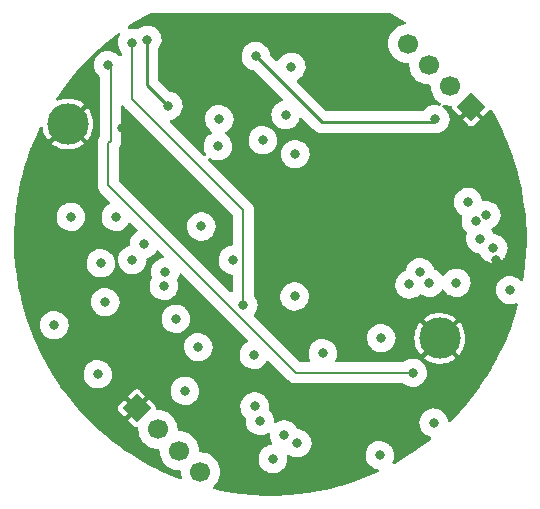
<source format=gbr>
%TF.GenerationSoftware,KiCad,Pcbnew,(6.0.4-0)*%
%TF.CreationDate,2022-11-29T10:20:57+01:00*%
%TF.ProjectId,RoundScanner,526f756e-6453-4636-916e-6e65722e6b69,2*%
%TF.SameCoordinates,Original*%
%TF.FileFunction,Copper,L2,Inr*%
%TF.FilePolarity,Positive*%
%FSLAX46Y46*%
G04 Gerber Fmt 4.6, Leading zero omitted, Abs format (unit mm)*
G04 Created by KiCad (PCBNEW (6.0.4-0)) date 2022-11-29 10:20:57*
%MOMM*%
%LPD*%
G01*
G04 APERTURE LIST*
G04 Aperture macros list*
%AMHorizOval*
0 Thick line with rounded ends*
0 $1 width*
0 $2 $3 position (X,Y) of the first rounded end (center of the circle)*
0 $4 $5 position (X,Y) of the second rounded end (center of the circle)*
0 Add line between two ends*
20,1,$1,$2,$3,$4,$5,0*
0 Add two circle primitives to create the rounded ends*
1,1,$1,$2,$3*
1,1,$1,$4,$5*%
%AMRotRect*
0 Rectangle, with rotation*
0 The origin of the aperture is its center*
0 $1 length*
0 $2 width*
0 $3 Rotation angle, in degrees counterclockwise*
0 Add horizontal line*
21,1,$1,$2,0,0,$3*%
G04 Aperture macros list end*
%TA.AperFunction,ComponentPad*%
%ADD10C,3.500000*%
%TD*%
%TA.AperFunction,ComponentPad*%
%ADD11RotRect,1.700000X1.700000X45.000000*%
%TD*%
%TA.AperFunction,ComponentPad*%
%ADD12HorizOval,1.700000X0.000000X0.000000X0.000000X0.000000X0*%
%TD*%
%TA.AperFunction,ComponentPad*%
%ADD13RotRect,1.700000X1.700000X225.000000*%
%TD*%
%TA.AperFunction,ComponentPad*%
%ADD14HorizOval,1.700000X0.000000X0.000000X0.000000X0.000000X0*%
%TD*%
%TA.AperFunction,ViaPad*%
%ADD15C,0.800000*%
%TD*%
%TA.AperFunction,Conductor*%
%ADD16C,0.250000*%
%TD*%
%TA.AperFunction,Conductor*%
%ADD17C,0.200000*%
%TD*%
G04 APERTURE END LIST*
D10*
%TO.N,GND*%
%TO.C,H2*%
X72136000Y-97556000D03*
%TD*%
%TO.N,GND*%
%TO.C,H1*%
X103632000Y-115717000D03*
%TD*%
D11*
%TO.N,GND*%
%TO.C,J4*%
X106299000Y-96139000D03*
D12*
%TO.N,LED RESET*%
X104502949Y-94342949D03*
%TO.N,AS7341_INT*%
X102706898Y-92546898D03*
%TO.N,DRDY_INT*%
X100910846Y-90750846D03*
%TD*%
D13*
%TO.N,GND*%
%TO.C,J1*%
X77975672Y-121628317D03*
D14*
%TO.N,+3V3*%
X79771723Y-123424368D03*
%TO.N,SCL*%
X81567774Y-125220419D03*
%TO.N,SDA*%
X83363826Y-127016471D03*
%TD*%
D15*
%TO.N,+2V5*%
X78613000Y-107696000D03*
X84963000Y-97155000D03*
X88392000Y-122682000D03*
X83185000Y-116459000D03*
X91059000Y-92710000D03*
%TO.N,Net-(C2-Pad2)*%
X88048500Y-91816701D03*
X103251000Y-97155000D03*
%TO.N,+3V3*%
X98552000Y-125603000D03*
X90574204Y-96811500D03*
X89492676Y-125907922D03*
X76200000Y-105410000D03*
X103112663Y-122848000D03*
X106019557Y-104177500D03*
X74676000Y-118745000D03*
X93726000Y-116967000D03*
X86106000Y-109093000D03*
X82042000Y-120142000D03*
X70992059Y-114597111D03*
X105029000Y-110998000D03*
X91402051Y-100123252D03*
X91331250Y-112159250D03*
%TO.N,SDA*%
X74930000Y-109347000D03*
X102743000Y-110998000D03*
X91567000Y-124587000D03*
X80264000Y-111252000D03*
%TO.N,Net-(C8-Pad1)*%
X80645000Y-96012000D03*
X78867000Y-90424000D03*
%TO.N,LED RESET*%
X109601000Y-111633000D03*
%TO.N,Net-(R25-Pad1)*%
X98679000Y-115697000D03*
X108157333Y-108095500D03*
%TO.N,Net-(R26-Pad1)*%
X107061000Y-107315000D03*
X101061788Y-111146613D03*
%TO.N,Net-(R27-Pad1)*%
X106680000Y-105791000D03*
X84836000Y-99441000D03*
%TO.N,Net-(R28-Pad1)*%
X107569000Y-105283000D03*
X88646000Y-98933000D03*
%TO.N,DRDY_INT*%
X72390000Y-105410000D03*
%TO.N,SCL*%
X101981000Y-110109000D03*
X75311000Y-112649000D03*
X90447204Y-123862500D03*
%TO.N,+1V8*%
X80391000Y-110109000D03*
X77597000Y-109093000D03*
X81280000Y-114046000D03*
%TO.N,Net-(C12-Pad1)*%
X87947500Y-121475500D03*
X87884000Y-117094000D03*
%TO.N,/ADC/AIN2+*%
X75565000Y-92583000D03*
X101334663Y-118618000D03*
%TO.N,/ADC/AIN2-*%
X86995000Y-112903000D03*
X77597000Y-90678000D03*
%TO.N,GND*%
X87352950Y-125998450D03*
X84963000Y-116332000D03*
X90551000Y-104140000D03*
X85852000Y-92837000D03*
X108380648Y-109069736D03*
X99187000Y-101346000D03*
X68580000Y-105029000D03*
X97790000Y-89789000D03*
X95123000Y-94361000D03*
X84201000Y-109407502D03*
X70231000Y-100076000D03*
X90678000Y-90043000D03*
X98286663Y-122936000D03*
X77089000Y-124333000D03*
X85217000Y-107569000D03*
X105791000Y-119126000D03*
X76708000Y-97917000D03*
X80899000Y-103505000D03*
X79121000Y-102489000D03*
X104013000Y-99187000D03*
X79502000Y-118618000D03*
X97663000Y-99060000D03*
%TO.N,AS7341_INT*%
X83439000Y-106238498D03*
%TD*%
D16*
%TO.N,Net-(C2-Pad2)*%
X102997000Y-97409000D02*
X103251000Y-97155000D01*
X88048500Y-91816701D02*
X93640799Y-97409000D01*
X93640799Y-97409000D02*
X102997000Y-97409000D01*
%TO.N,Net-(C8-Pad1)*%
X78867000Y-94234000D02*
X80645000Y-96012000D01*
X78867000Y-90424000D02*
X78867000Y-94234000D01*
D17*
%TO.N,/ADC/AIN2+*%
X91440000Y-118618000D02*
X75565000Y-102743000D01*
X75755500Y-92773500D02*
X75565000Y-92583000D01*
X75565000Y-102743000D02*
X75565000Y-99187000D01*
X75755500Y-98996500D02*
X75755500Y-92773500D01*
X101334663Y-118618000D02*
X91440000Y-118618000D01*
X75565000Y-99187000D02*
X75755500Y-98996500D01*
%TO.N,/ADC/AIN2-*%
X86995000Y-104875245D02*
X77597000Y-95477245D01*
X77597000Y-95477245D02*
X77597000Y-90678000D01*
X86995000Y-112903000D02*
X86995000Y-104875245D01*
%TD*%
%TA.AperFunction,Conductor*%
%TO.N,GND*%
G36*
X99414045Y-88150756D02*
G01*
X100033095Y-88486703D01*
X100037732Y-88489350D01*
X100694653Y-88883003D01*
X100695766Y-88883670D01*
X100743917Y-88935842D01*
X100756218Y-89005765D01*
X100728763Y-89071238D01*
X100670269Y-89111474D01*
X100653682Y-89115481D01*
X100651852Y-89115625D01*
X100647043Y-89116779D01*
X100647040Y-89116780D01*
X100525544Y-89145949D01*
X100399236Y-89176273D01*
X100394665Y-89178166D01*
X100394663Y-89178167D01*
X100163792Y-89273797D01*
X100163788Y-89273799D01*
X100159218Y-89275692D01*
X99937706Y-89411434D01*
X99740157Y-89580157D01*
X99571434Y-89777706D01*
X99435692Y-89999218D01*
X99433799Y-90003788D01*
X99433797Y-90003792D01*
X99348364Y-90210046D01*
X99336273Y-90239236D01*
X99335118Y-90244048D01*
X99276780Y-90487039D01*
X99276779Y-90487045D01*
X99275625Y-90491852D01*
X99255242Y-90750846D01*
X99275625Y-91009840D01*
X99276779Y-91014647D01*
X99276780Y-91014653D01*
X99293836Y-91085695D01*
X99336273Y-91262456D01*
X99338166Y-91267027D01*
X99338167Y-91267029D01*
X99433738Y-91497756D01*
X99435692Y-91502474D01*
X99571434Y-91723986D01*
X99740157Y-91921535D01*
X99937706Y-92090258D01*
X100159218Y-92226000D01*
X100163788Y-92227893D01*
X100163792Y-92227895D01*
X100394663Y-92323525D01*
X100399236Y-92325419D01*
X100451931Y-92338070D01*
X100647039Y-92384912D01*
X100647045Y-92384913D01*
X100651852Y-92386067D01*
X100910846Y-92406450D01*
X100915776Y-92406062D01*
X100915784Y-92406062D01*
X100916216Y-92406028D01*
X100916378Y-92406062D01*
X100920732Y-92406062D01*
X100920732Y-92406977D01*
X100985696Y-92420622D01*
X101036257Y-92470463D01*
X101050734Y-92537012D01*
X101051682Y-92537012D01*
X101051682Y-92541372D01*
X101051716Y-92541528D01*
X101051682Y-92541960D01*
X101051682Y-92541968D01*
X101051294Y-92546898D01*
X101071677Y-92805892D01*
X101072831Y-92810699D01*
X101072832Y-92810705D01*
X101108929Y-92961056D01*
X101132325Y-93058508D01*
X101134218Y-93063079D01*
X101134219Y-93063081D01*
X101179443Y-93172260D01*
X101231744Y-93298526D01*
X101367486Y-93520038D01*
X101536209Y-93717587D01*
X101733758Y-93886310D01*
X101955270Y-94022052D01*
X101959840Y-94023945D01*
X101959844Y-94023947D01*
X102116628Y-94088889D01*
X102195288Y-94121471D01*
X102283622Y-94142678D01*
X102443091Y-94180964D01*
X102443097Y-94180965D01*
X102447904Y-94182119D01*
X102706898Y-94202502D01*
X102711828Y-94202114D01*
X102711835Y-94202114D01*
X102712267Y-94202080D01*
X102712429Y-94202114D01*
X102716783Y-94202114D01*
X102716783Y-94203029D01*
X102781747Y-94216674D01*
X102832308Y-94266515D01*
X102846785Y-94333064D01*
X102847733Y-94333064D01*
X102847733Y-94337424D01*
X102847767Y-94337580D01*
X102847733Y-94338012D01*
X102847733Y-94338019D01*
X102847345Y-94342949D01*
X102867728Y-94601943D01*
X102868882Y-94606750D01*
X102868883Y-94606756D01*
X102883591Y-94668018D01*
X102928376Y-94854559D01*
X102930269Y-94859130D01*
X102930270Y-94859132D01*
X103013232Y-95059418D01*
X103027795Y-95094577D01*
X103163537Y-95316089D01*
X103240961Y-95406741D01*
X103321318Y-95500826D01*
X103332260Y-95513638D01*
X103529809Y-95682361D01*
X103534023Y-95684943D01*
X103534028Y-95684947D01*
X103662683Y-95763786D01*
X103710315Y-95816433D01*
X103721922Y-95886475D01*
X103693819Y-95951672D01*
X103634929Y-95991327D01*
X103572268Y-95994798D01*
X103382691Y-95957089D01*
X103382688Y-95957089D01*
X103377024Y-95955962D01*
X103371249Y-95955886D01*
X103371245Y-95955886D01*
X103260504Y-95954437D01*
X103156406Y-95953074D01*
X103150709Y-95954053D01*
X103150708Y-95954053D01*
X102944654Y-95989459D01*
X102944653Y-95989459D01*
X102938957Y-95990438D01*
X102731957Y-96066804D01*
X102726996Y-96069756D01*
X102726995Y-96069756D01*
X102583949Y-96154860D01*
X102542341Y-96179614D01*
X102376457Y-96325090D01*
X102314968Y-96403090D01*
X102289414Y-96435505D01*
X102231534Y-96476619D01*
X102190464Y-96483500D01*
X94076344Y-96483500D01*
X94008223Y-96463498D01*
X93987249Y-96446595D01*
X91540595Y-93999941D01*
X91506569Y-93937629D01*
X91511634Y-93866814D01*
X91554181Y-93809978D01*
X91568110Y-93800920D01*
X91741884Y-93703602D01*
X91911518Y-93562518D01*
X92052602Y-93392884D01*
X92160410Y-93200379D01*
X92162266Y-93194912D01*
X92162268Y-93194907D01*
X92229475Y-92996921D01*
X92229476Y-92996916D01*
X92231331Y-92991452D01*
X92232159Y-92985743D01*
X92232160Y-92985738D01*
X92260256Y-92791961D01*
X92262991Y-92773098D01*
X92264643Y-92710000D01*
X92244454Y-92490289D01*
X92184565Y-92277936D01*
X92086980Y-92080053D01*
X92050138Y-92030715D01*
X91958420Y-91907891D01*
X91958420Y-91907890D01*
X91954967Y-91903267D01*
X91838137Y-91795270D01*
X91797189Y-91757418D01*
X91797186Y-91757416D01*
X91792949Y-91753499D01*
X91606350Y-91635764D01*
X91401421Y-91554006D01*
X91395761Y-91552880D01*
X91395757Y-91552879D01*
X91190691Y-91512089D01*
X91190688Y-91512089D01*
X91185024Y-91510962D01*
X91179249Y-91510886D01*
X91179245Y-91510886D01*
X91068504Y-91509437D01*
X90964406Y-91508074D01*
X90958709Y-91509053D01*
X90958708Y-91509053D01*
X90752654Y-91544459D01*
X90752653Y-91544459D01*
X90746957Y-91545438D01*
X90539957Y-91621804D01*
X90534996Y-91624756D01*
X90534995Y-91624756D01*
X90403404Y-91703045D01*
X90350341Y-91734614D01*
X90184457Y-91880090D01*
X90047863Y-92053360D01*
X90045174Y-92058471D01*
X90045172Y-92058474D01*
X89971047Y-92199362D01*
X89921628Y-92250335D01*
X89852495Y-92266498D01*
X89785599Y-92242719D01*
X89770444Y-92229790D01*
X89275907Y-91735253D01*
X89241881Y-91672941D01*
X89239531Y-91657687D01*
X89234483Y-91602746D01*
X89234483Y-91602745D01*
X89233954Y-91596990D01*
X89221832Y-91554006D01*
X89175634Y-91390201D01*
X89174065Y-91384637D01*
X89076480Y-91186754D01*
X89051833Y-91153747D01*
X88947920Y-91014592D01*
X88947920Y-91014591D01*
X88944467Y-91009968D01*
X88846515Y-90919422D01*
X88786689Y-90864119D01*
X88786686Y-90864117D01*
X88782449Y-90860200D01*
X88595850Y-90742465D01*
X88390921Y-90660707D01*
X88385261Y-90659581D01*
X88385257Y-90659580D01*
X88180191Y-90618790D01*
X88180188Y-90618790D01*
X88174524Y-90617663D01*
X88168749Y-90617587D01*
X88168745Y-90617587D01*
X88058004Y-90616138D01*
X87953906Y-90614775D01*
X87948209Y-90615754D01*
X87948208Y-90615754D01*
X87742154Y-90651160D01*
X87742153Y-90651160D01*
X87736457Y-90652139D01*
X87529457Y-90728505D01*
X87524496Y-90731457D01*
X87524495Y-90731457D01*
X87417893Y-90794879D01*
X87339841Y-90841315D01*
X87173957Y-90986791D01*
X87037363Y-91160061D01*
X86934631Y-91355321D01*
X86869203Y-91566034D01*
X86843270Y-91785141D01*
X86857700Y-92005305D01*
X86859121Y-92010901D01*
X86859122Y-92010906D01*
X86888642Y-92127138D01*
X86912011Y-92219153D01*
X86914428Y-92224395D01*
X86914428Y-92224396D01*
X86941487Y-92283091D01*
X87004383Y-92419522D01*
X87131722Y-92599703D01*
X87289764Y-92753662D01*
X87294560Y-92756867D01*
X87294563Y-92756869D01*
X87367932Y-92805892D01*
X87473217Y-92876241D01*
X87478520Y-92878519D01*
X87478523Y-92878521D01*
X87670629Y-92961056D01*
X87675936Y-92963336D01*
X87891132Y-93012030D01*
X87896905Y-93012257D01*
X87898607Y-93012481D01*
X87963533Y-93041206D01*
X87971252Y-93048308D01*
X90352694Y-95429750D01*
X90386720Y-95492062D01*
X90381655Y-95562877D01*
X90339108Y-95619713D01*
X90284938Y-95643024D01*
X90262161Y-95646938D01*
X90055161Y-95723304D01*
X90050200Y-95726256D01*
X90050199Y-95726256D01*
X89895819Y-95818103D01*
X89865545Y-95836114D01*
X89699661Y-95981590D01*
X89563067Y-96154860D01*
X89460335Y-96350120D01*
X89394907Y-96560833D01*
X89368974Y-96779940D01*
X89383404Y-97000104D01*
X89384825Y-97005700D01*
X89384826Y-97005705D01*
X89421852Y-97151492D01*
X89437715Y-97213952D01*
X89440132Y-97219194D01*
X89440132Y-97219195D01*
X89478250Y-97301879D01*
X89530087Y-97414321D01*
X89657426Y-97594502D01*
X89815468Y-97748461D01*
X89820264Y-97751666D01*
X89820267Y-97751668D01*
X89904465Y-97807927D01*
X89998921Y-97871040D01*
X90004224Y-97873318D01*
X90004227Y-97873320D01*
X90154779Y-97938002D01*
X90201640Y-97958135D01*
X90269177Y-97973417D01*
X90411199Y-98005554D01*
X90411205Y-98005555D01*
X90416836Y-98006829D01*
X90422607Y-98007056D01*
X90422609Y-98007056D01*
X90490415Y-98009720D01*
X90637302Y-98015491D01*
X90746479Y-97999661D01*
X90849942Y-97984660D01*
X90849947Y-97984659D01*
X90855656Y-97983831D01*
X90861120Y-97981976D01*
X90861125Y-97981975D01*
X91059111Y-97914768D01*
X91059116Y-97914766D01*
X91064583Y-97912910D01*
X91107553Y-97888846D01*
X91165089Y-97856624D01*
X91257088Y-97805102D01*
X91270798Y-97793700D01*
X91422290Y-97667704D01*
X91426722Y-97664018D01*
X91567806Y-97494384D01*
X91675614Y-97301879D01*
X91677470Y-97296412D01*
X91677472Y-97296407D01*
X91744677Y-97098426D01*
X91744677Y-97098424D01*
X91746535Y-97092952D01*
X91746593Y-97092555D01*
X91781077Y-97032501D01*
X91844105Y-96999820D01*
X91914796Y-97006403D01*
X91957336Y-97034392D01*
X92927853Y-98004909D01*
X92940692Y-98019941D01*
X92949230Y-98031692D01*
X92954132Y-98036105D01*
X92954133Y-98036107D01*
X93001070Y-98078369D01*
X93005854Y-98082910D01*
X93020669Y-98097725D01*
X93023233Y-98099801D01*
X93036963Y-98110920D01*
X93041978Y-98115204D01*
X93088894Y-98157447D01*
X93088898Y-98157450D01*
X93093807Y-98161870D01*
X93106387Y-98169133D01*
X93122672Y-98180326D01*
X93128825Y-98185308D01*
X93133959Y-98189465D01*
X93139843Y-98192463D01*
X93196082Y-98221118D01*
X93201880Y-98224266D01*
X93256573Y-98255843D01*
X93256575Y-98255844D01*
X93262291Y-98259144D01*
X93276098Y-98263630D01*
X93294362Y-98271195D01*
X93295597Y-98271824D01*
X93307302Y-98277788D01*
X93374684Y-98295843D01*
X93380995Y-98297713D01*
X93447317Y-98319262D01*
X93461750Y-98320779D01*
X93481192Y-98324382D01*
X93495221Y-98328141D01*
X93501813Y-98328486D01*
X93501816Y-98328487D01*
X93564861Y-98331791D01*
X93571435Y-98332308D01*
X93589021Y-98334156D01*
X93589023Y-98334156D01*
X93592295Y-98334500D01*
X93613263Y-98334500D01*
X93619857Y-98334673D01*
X93682910Y-98337978D01*
X93682915Y-98337978D01*
X93689502Y-98338323D01*
X93703848Y-98336051D01*
X93723557Y-98334500D01*
X102914242Y-98334500D01*
X102933951Y-98336051D01*
X102948297Y-98338323D01*
X102954885Y-98337978D01*
X102954890Y-98337978D01*
X103005817Y-98335309D01*
X103040217Y-98338243D01*
X103086268Y-98348663D01*
X103093632Y-98350329D01*
X103099403Y-98350556D01*
X103099405Y-98350556D01*
X103167211Y-98353220D01*
X103314098Y-98358991D01*
X103423275Y-98343161D01*
X103526738Y-98328160D01*
X103526743Y-98328159D01*
X103532452Y-98327331D01*
X103537916Y-98325476D01*
X103537921Y-98325475D01*
X103735907Y-98258268D01*
X103735912Y-98258266D01*
X103741379Y-98256410D01*
X103933884Y-98148602D01*
X103965448Y-98122351D01*
X104088577Y-98019944D01*
X104103518Y-98007518D01*
X104216628Y-97871519D01*
X104240908Y-97842326D01*
X104240910Y-97842323D01*
X104244602Y-97837884D01*
X104324007Y-97696097D01*
X104349586Y-97650422D01*
X104349587Y-97650420D01*
X104352410Y-97645379D01*
X104354266Y-97639912D01*
X104354268Y-97639907D01*
X104421475Y-97441921D01*
X104421476Y-97441916D01*
X104423331Y-97436452D01*
X104424159Y-97430743D01*
X104424160Y-97430738D01*
X104454458Y-97221772D01*
X104454991Y-97218098D01*
X104456370Y-97165436D01*
X105561737Y-97165436D01*
X105561868Y-97167269D01*
X105566119Y-97173884D01*
X106034910Y-97642675D01*
X106042427Y-97649096D01*
X106107117Y-97696097D01*
X106124574Y-97704992D01*
X106226213Y-97738017D01*
X106245565Y-97741082D01*
X106352435Y-97741082D01*
X106371787Y-97738017D01*
X106473426Y-97704992D01*
X106490884Y-97696097D01*
X106555574Y-97649097D01*
X106563087Y-97642680D01*
X107028650Y-97177117D01*
X107036264Y-97163173D01*
X107036133Y-97161340D01*
X107031882Y-97154725D01*
X106311812Y-96434655D01*
X106297868Y-96427041D01*
X106296035Y-96427172D01*
X106289420Y-96431423D01*
X105569351Y-97151492D01*
X105561737Y-97165436D01*
X104456370Y-97165436D01*
X104456643Y-97155000D01*
X104436454Y-96935289D01*
X104419808Y-96876264D01*
X104394268Y-96785706D01*
X104376565Y-96722936D01*
X104278980Y-96525053D01*
X104262049Y-96502379D01*
X104150420Y-96352891D01*
X104150420Y-96352890D01*
X104146967Y-96348267D01*
X103999324Y-96211787D01*
X103989189Y-96202418D01*
X103989186Y-96202416D01*
X103984949Y-96198499D01*
X103907618Y-96149707D01*
X103860679Y-96096440D01*
X103849990Y-96026253D01*
X103878944Y-95961429D01*
X103938349Y-95922549D01*
X104004267Y-95920626D01*
X104239142Y-95977015D01*
X104239148Y-95977016D01*
X104243955Y-95978170D01*
X104502949Y-95998553D01*
X104507879Y-95998165D01*
X104507880Y-95998165D01*
X104561033Y-95993982D01*
X104630513Y-96008578D01*
X104681072Y-96058421D01*
X104696918Y-96119594D01*
X104696918Y-96192435D01*
X104699983Y-96211787D01*
X104733008Y-96313426D01*
X104741903Y-96330884D01*
X104788903Y-96395574D01*
X104795320Y-96403087D01*
X105260883Y-96868650D01*
X105274827Y-96876264D01*
X105276660Y-96876133D01*
X105283275Y-96871882D01*
X106209905Y-95945252D01*
X106272217Y-95911226D01*
X106343032Y-95916291D01*
X106388095Y-95945252D01*
X107311492Y-96868649D01*
X107325436Y-96876263D01*
X107327269Y-96876132D01*
X107333884Y-96871881D01*
X107802675Y-96403090D01*
X107809095Y-96395574D01*
X107810671Y-96393405D01*
X107811482Y-96392780D01*
X107812311Y-96391809D01*
X107812515Y-96391983D01*
X107866894Y-96350052D01*
X107937630Y-96343978D01*
X108000422Y-96377111D01*
X108022006Y-96404957D01*
X108345663Y-96971391D01*
X108348229Y-96976113D01*
X108770212Y-97793700D01*
X108772573Y-97798524D01*
X108869390Y-98007518D01*
X109159308Y-98633354D01*
X109161463Y-98638277D01*
X109302239Y-98979620D01*
X109501214Y-99462076D01*
X109512266Y-99488875D01*
X109514206Y-99493882D01*
X109811415Y-100311856D01*
X109828407Y-100358622D01*
X109830130Y-100363699D01*
X110102586Y-101226520D01*
X110107188Y-101241093D01*
X110108693Y-101246241D01*
X110128248Y-101318808D01*
X110348074Y-102134599D01*
X110349358Y-102139799D01*
X110547525Y-103023646D01*
X110550659Y-103037626D01*
X110551720Y-103042883D01*
X110588408Y-103246920D01*
X110714546Y-103948429D01*
X110715384Y-103953736D01*
X110839451Y-104865399D01*
X110840062Y-104870738D01*
X110887750Y-105384206D01*
X110924363Y-105778422D01*
X110925146Y-105786858D01*
X110925528Y-105792211D01*
X110970427Y-106690234D01*
X110971472Y-106711142D01*
X110971625Y-106716496D01*
X110973874Y-107024345D01*
X110978346Y-107636576D01*
X110978270Y-107641949D01*
X110945756Y-108561419D01*
X110945452Y-108566784D01*
X110873760Y-109484068D01*
X110873227Y-109489415D01*
X110763324Y-110395921D01*
X110762492Y-110402781D01*
X110761734Y-110408087D01*
X110747428Y-110494910D01*
X110704981Y-110752527D01*
X110674170Y-110816489D01*
X110613669Y-110853640D01*
X110542688Y-110852185D01*
X110495128Y-110824567D01*
X110339189Y-110680418D01*
X110339186Y-110680416D01*
X110334949Y-110676499D01*
X110148350Y-110558764D01*
X109943421Y-110477006D01*
X109937761Y-110475880D01*
X109937757Y-110475879D01*
X109732691Y-110435089D01*
X109732688Y-110435089D01*
X109727024Y-110433962D01*
X109721249Y-110433886D01*
X109721245Y-110433886D01*
X109610504Y-110432437D01*
X109506406Y-110431074D01*
X109500709Y-110432053D01*
X109500708Y-110432053D01*
X109294654Y-110467459D01*
X109294653Y-110467459D01*
X109288957Y-110468438D01*
X109081957Y-110544804D01*
X109076996Y-110547756D01*
X109076995Y-110547756D01*
X108999423Y-110593907D01*
X108892341Y-110657614D01*
X108726457Y-110803090D01*
X108589863Y-110976360D01*
X108487131Y-111171620D01*
X108421703Y-111382333D01*
X108395770Y-111601440D01*
X108410200Y-111821604D01*
X108411621Y-111827200D01*
X108411622Y-111827205D01*
X108459171Y-112014426D01*
X108464511Y-112035452D01*
X108466928Y-112040694D01*
X108466928Y-112040695D01*
X108480125Y-112069322D01*
X108556883Y-112235821D01*
X108684222Y-112416002D01*
X108842264Y-112569961D01*
X108847060Y-112573166D01*
X108847063Y-112573168D01*
X108961496Y-112649629D01*
X109025717Y-112692540D01*
X109031020Y-112694818D01*
X109031023Y-112694820D01*
X109198531Y-112766787D01*
X109228436Y-112779635D01*
X109308088Y-112797658D01*
X109437995Y-112827054D01*
X109438001Y-112827055D01*
X109443632Y-112828329D01*
X109449403Y-112828556D01*
X109449405Y-112828556D01*
X109517211Y-112831220D01*
X109664098Y-112836991D01*
X109788283Y-112818985D01*
X109876738Y-112806160D01*
X109876743Y-112806159D01*
X109882452Y-112805331D01*
X109887916Y-112803476D01*
X109887921Y-112803475D01*
X110091379Y-112734410D01*
X110092179Y-112736765D01*
X110151984Y-112728763D01*
X110216273Y-112758887D01*
X110254071Y-112818985D01*
X110254959Y-112884301D01*
X110200351Y-113099418D01*
X110195416Y-113118857D01*
X110193988Y-113124018D01*
X110054199Y-113590324D01*
X109929781Y-114005352D01*
X109928129Y-114010465D01*
X109626586Y-114879727D01*
X109624717Y-114884765D01*
X109483722Y-115241329D01*
X109290563Y-115729812D01*
X109286390Y-115740364D01*
X109284312Y-115745309D01*
X108909796Y-116585738D01*
X108907506Y-116590594D01*
X108768347Y-116870160D01*
X108497524Y-117414234D01*
X108495028Y-117418993D01*
X108473832Y-117457379D01*
X108088171Y-118155820D01*
X108050271Y-118224457D01*
X108047578Y-118229097D01*
X107587147Y-118984879D01*
X107568904Y-119014825D01*
X107566015Y-119019348D01*
X107054239Y-119784007D01*
X107051177Y-119788376D01*
X106507295Y-120530475D01*
X106504038Y-120534727D01*
X105935166Y-121245268D01*
X105928986Y-121252987D01*
X105925541Y-121257107D01*
X105368214Y-121895418D01*
X105320408Y-121950170D01*
X105316792Y-121954137D01*
X104704951Y-122597333D01*
X104682642Y-122620785D01*
X104678867Y-122624587D01*
X104594000Y-122706506D01*
X104517773Y-122780085D01*
X104454869Y-122813004D01*
X104384154Y-122806688D01*
X104328079Y-122763143D01*
X104304795Y-122700959D01*
X104298646Y-122634045D01*
X104298646Y-122634044D01*
X104298117Y-122628289D01*
X104238228Y-122415936D01*
X104140643Y-122218053D01*
X104008630Y-122041267D01*
X103846612Y-121891499D01*
X103660013Y-121773764D01*
X103455084Y-121692006D01*
X103449424Y-121690880D01*
X103449420Y-121690879D01*
X103244354Y-121650089D01*
X103244351Y-121650089D01*
X103238687Y-121648962D01*
X103232912Y-121648886D01*
X103232908Y-121648886D01*
X103122167Y-121647437D01*
X103018069Y-121646074D01*
X103012372Y-121647053D01*
X103012371Y-121647053D01*
X102806317Y-121682459D01*
X102806316Y-121682459D01*
X102800620Y-121683438D01*
X102593620Y-121759804D01*
X102588659Y-121762756D01*
X102588658Y-121762756D01*
X102439176Y-121851689D01*
X102404004Y-121872614D01*
X102238120Y-122018090D01*
X102101526Y-122191360D01*
X101998794Y-122386620D01*
X101933366Y-122597333D01*
X101907433Y-122816440D01*
X101921863Y-123036604D01*
X101923284Y-123042200D01*
X101923285Y-123042205D01*
X101947719Y-123138413D01*
X101976174Y-123250452D01*
X101978591Y-123255694D01*
X101978591Y-123255695D01*
X102000886Y-123304057D01*
X102068546Y-123450821D01*
X102195885Y-123631002D01*
X102353927Y-123784961D01*
X102358723Y-123788166D01*
X102358726Y-123788168D01*
X102490258Y-123876054D01*
X102537380Y-123907540D01*
X102542683Y-123909818D01*
X102542686Y-123909820D01*
X102734792Y-123992355D01*
X102740099Y-123994635D01*
X102745731Y-123995909D01*
X102745733Y-123995910D01*
X102831574Y-124015334D01*
X102893600Y-124049877D01*
X102927104Y-124112471D01*
X102921450Y-124183242D01*
X102883230Y-124236009D01*
X102676657Y-124403886D01*
X102606188Y-124461154D01*
X102601949Y-124464451D01*
X101863847Y-125013737D01*
X101859493Y-125016835D01*
X101560069Y-125220419D01*
X101098613Y-125534170D01*
X101094106Y-125537096D01*
X100311876Y-126021508D01*
X100307253Y-126024236D01*
X99800287Y-126309021D01*
X99731101Y-126324945D01*
X99664288Y-126300935D01*
X99621061Y-126244615D01*
X99615146Y-126173865D01*
X99628644Y-126137602D01*
X99631683Y-126132176D01*
X99653410Y-126093379D01*
X99655266Y-126087912D01*
X99655268Y-126087907D01*
X99722475Y-125889921D01*
X99722476Y-125889916D01*
X99724331Y-125884452D01*
X99725159Y-125878743D01*
X99725160Y-125878738D01*
X99746014Y-125734910D01*
X99755991Y-125666098D01*
X99757643Y-125603000D01*
X99737454Y-125383289D01*
X99731250Y-125361289D01*
X99698945Y-125246746D01*
X99677565Y-125170936D01*
X99579980Y-124973053D01*
X99552570Y-124936346D01*
X99451420Y-124800891D01*
X99451420Y-124800890D01*
X99447967Y-124796267D01*
X99350312Y-124705996D01*
X99290189Y-124650418D01*
X99290186Y-124650416D01*
X99285949Y-124646499D01*
X99099350Y-124528764D01*
X98894421Y-124447006D01*
X98888761Y-124445880D01*
X98888757Y-124445879D01*
X98683691Y-124405089D01*
X98683688Y-124405089D01*
X98678024Y-124403962D01*
X98672249Y-124403886D01*
X98672245Y-124403886D01*
X98561504Y-124402437D01*
X98457406Y-124401074D01*
X98451709Y-124402053D01*
X98451708Y-124402053D01*
X98245654Y-124437459D01*
X98245653Y-124437459D01*
X98239957Y-124438438D01*
X98032957Y-124514804D01*
X98027996Y-124517756D01*
X98027995Y-124517756D01*
X97917818Y-124583305D01*
X97843341Y-124627614D01*
X97677457Y-124773090D01*
X97540863Y-124946360D01*
X97438131Y-125141620D01*
X97372703Y-125352333D01*
X97346770Y-125571440D01*
X97361200Y-125791604D01*
X97362621Y-125797200D01*
X97362622Y-125797205D01*
X97389803Y-125904227D01*
X97415511Y-126005452D01*
X97417928Y-126010694D01*
X97417928Y-126010695D01*
X97454838Y-126090759D01*
X97507883Y-126205821D01*
X97635222Y-126386002D01*
X97793264Y-126539961D01*
X97798060Y-126543166D01*
X97798063Y-126543168D01*
X97944226Y-126640830D01*
X97976717Y-126662540D01*
X97982020Y-126664818D01*
X97982023Y-126664820D01*
X98053603Y-126695573D01*
X98179436Y-126749635D01*
X98359461Y-126790371D01*
X98421486Y-126824913D01*
X98454991Y-126887506D01*
X98449337Y-126958277D01*
X98406318Y-127014757D01*
X98383778Y-127027975D01*
X97837205Y-127276342D01*
X97832267Y-127278460D01*
X96979157Y-127623030D01*
X96974132Y-127624936D01*
X96107110Y-127932815D01*
X96102009Y-127934505D01*
X95270620Y-128190373D01*
X95222647Y-128205137D01*
X95217482Y-128206607D01*
X94327340Y-128439508D01*
X94322156Y-128440747D01*
X93908508Y-128530322D01*
X93422912Y-128635477D01*
X93417637Y-128636502D01*
X92858119Y-128732896D01*
X92510907Y-128792714D01*
X92505625Y-128793509D01*
X91593057Y-128910916D01*
X91587738Y-128911486D01*
X90952698Y-128965788D01*
X90670988Y-128989877D01*
X90665626Y-128990220D01*
X89746417Y-129029450D01*
X89741044Y-129029565D01*
X88820956Y-129029565D01*
X88815583Y-129029450D01*
X87896374Y-128990220D01*
X87891012Y-128989877D01*
X87609302Y-128965788D01*
X86974262Y-128911486D01*
X86968943Y-128910916D01*
X86056375Y-128793509D01*
X86051093Y-128792714D01*
X85703881Y-128732896D01*
X85144363Y-128636502D01*
X85139088Y-128635477D01*
X84486575Y-128494176D01*
X84424231Y-128460209D01*
X84390147Y-128397929D01*
X84395145Y-128327109D01*
X84431412Y-128275219D01*
X84530754Y-128190373D01*
X84530759Y-128190368D01*
X84534515Y-128187160D01*
X84703238Y-127989611D01*
X84838980Y-127768099D01*
X84856633Y-127725483D01*
X84936505Y-127532654D01*
X84936506Y-127532652D01*
X84938399Y-127528081D01*
X84967719Y-127405956D01*
X84997892Y-127280278D01*
X84997893Y-127280272D01*
X84999047Y-127275465D01*
X85019430Y-127016471D01*
X84999047Y-126757477D01*
X84997893Y-126752670D01*
X84997892Y-126752664D01*
X84939554Y-126509673D01*
X84938399Y-126504861D01*
X84925969Y-126474853D01*
X84840875Y-126269417D01*
X84840873Y-126269413D01*
X84838980Y-126264843D01*
X84703238Y-126043331D01*
X84534515Y-125845782D01*
X84336966Y-125677059D01*
X84115454Y-125541317D01*
X84110884Y-125539424D01*
X84110880Y-125539422D01*
X83880009Y-125443792D01*
X83880007Y-125443791D01*
X83875436Y-125441898D01*
X83787102Y-125420691D01*
X83627633Y-125382405D01*
X83627627Y-125382404D01*
X83622820Y-125381250D01*
X83363826Y-125360867D01*
X83358896Y-125361255D01*
X83358888Y-125361255D01*
X83358456Y-125361289D01*
X83358294Y-125361255D01*
X83353940Y-125361255D01*
X83353940Y-125360340D01*
X83288976Y-125346695D01*
X83238415Y-125296854D01*
X83223938Y-125230305D01*
X83222990Y-125230305D01*
X83222990Y-125225945D01*
X83222956Y-125225789D01*
X83222990Y-125225357D01*
X83222990Y-125225349D01*
X83223378Y-125220419D01*
X83202995Y-124961425D01*
X83201841Y-124956618D01*
X83201840Y-124956612D01*
X83158870Y-124777632D01*
X83142347Y-124708809D01*
X83140453Y-124704236D01*
X83044823Y-124473365D01*
X83044821Y-124473361D01*
X83042928Y-124468791D01*
X82907186Y-124247279D01*
X82738463Y-124049730D01*
X82733320Y-124045337D01*
X82711967Y-124027100D01*
X82540914Y-123881007D01*
X82319402Y-123745265D01*
X82314832Y-123743372D01*
X82314828Y-123743370D01*
X82083957Y-123647740D01*
X82083955Y-123647739D01*
X82079384Y-123645846D01*
X81991050Y-123624639D01*
X81831581Y-123586353D01*
X81831575Y-123586352D01*
X81826768Y-123585198D01*
X81567774Y-123564815D01*
X81562844Y-123565203D01*
X81562837Y-123565203D01*
X81562405Y-123565237D01*
X81562243Y-123565203D01*
X81557889Y-123565203D01*
X81557889Y-123564288D01*
X81492925Y-123550643D01*
X81442364Y-123500802D01*
X81427887Y-123434253D01*
X81426939Y-123434253D01*
X81426939Y-123429893D01*
X81426905Y-123429737D01*
X81426939Y-123429305D01*
X81426939Y-123429298D01*
X81427327Y-123424368D01*
X81406944Y-123165374D01*
X81405790Y-123160567D01*
X81405789Y-123160561D01*
X81363517Y-122984489D01*
X81346296Y-122912758D01*
X81344402Y-122908185D01*
X81248772Y-122677314D01*
X81248770Y-122677310D01*
X81246877Y-122672740D01*
X81111135Y-122451228D01*
X80942412Y-122253679D01*
X80744863Y-122084956D01*
X80523351Y-121949214D01*
X80518781Y-121947321D01*
X80518777Y-121947319D01*
X80287906Y-121851689D01*
X80287904Y-121851688D01*
X80283333Y-121849795D01*
X80160066Y-121820201D01*
X80035530Y-121790302D01*
X80035524Y-121790301D01*
X80030717Y-121789147D01*
X79771723Y-121768764D01*
X79766793Y-121769152D01*
X79766792Y-121769152D01*
X79713639Y-121773335D01*
X79644159Y-121758739D01*
X79593600Y-121708896D01*
X79577754Y-121647723D01*
X79577754Y-121574882D01*
X79574689Y-121555530D01*
X79541664Y-121453891D01*
X79536594Y-121443940D01*
X86742270Y-121443940D01*
X86756700Y-121664104D01*
X86758121Y-121669700D01*
X86758122Y-121669705D01*
X86791910Y-121802743D01*
X86811011Y-121877952D01*
X86813428Y-121883194D01*
X86813428Y-121883195D01*
X86819063Y-121895418D01*
X86903383Y-122078321D01*
X87030722Y-122258502D01*
X87167724Y-122391964D01*
X87202560Y-122453825D01*
X87204928Y-122497025D01*
X87186770Y-122650440D01*
X87201200Y-122870604D01*
X87202621Y-122876200D01*
X87202622Y-122876205D01*
X87247231Y-123051851D01*
X87255511Y-123084452D01*
X87257928Y-123089694D01*
X87257928Y-123089695D01*
X87290598Y-123160561D01*
X87347883Y-123284821D01*
X87475222Y-123465002D01*
X87633264Y-123618961D01*
X87638060Y-123622166D01*
X87638063Y-123622168D01*
X87784226Y-123719830D01*
X87816717Y-123741540D01*
X87822020Y-123743818D01*
X87822023Y-123743820D01*
X88011441Y-123825200D01*
X88019436Y-123828635D01*
X88055105Y-123836706D01*
X88228995Y-123876054D01*
X88229001Y-123876055D01*
X88234632Y-123877329D01*
X88240403Y-123877556D01*
X88240405Y-123877556D01*
X88308211Y-123880220D01*
X88455098Y-123885991D01*
X88564275Y-123870161D01*
X88667738Y-123855160D01*
X88667743Y-123855159D01*
X88673452Y-123854331D01*
X88678916Y-123852476D01*
X88678921Y-123852475D01*
X88876907Y-123785268D01*
X88876912Y-123785266D01*
X88882379Y-123783410D01*
X88887992Y-123780267D01*
X89057767Y-123685188D01*
X89126975Y-123669354D01*
X89193757Y-123693451D01*
X89236910Y-123749828D01*
X89244460Y-123809929D01*
X89242653Y-123825200D01*
X89241974Y-123830940D01*
X89256404Y-124051104D01*
X89257825Y-124056700D01*
X89257826Y-124056705D01*
X89289963Y-124183242D01*
X89310715Y-124264952D01*
X89313132Y-124270194D01*
X89313132Y-124270195D01*
X89373920Y-124402053D01*
X89403087Y-124465321D01*
X89406420Y-124470037D01*
X89438964Y-124516086D01*
X89461945Y-124583260D01*
X89444960Y-124652195D01*
X89393403Y-124701005D01*
X89357406Y-124712985D01*
X89180633Y-124743360D01*
X88973633Y-124819726D01*
X88968672Y-124822678D01*
X88968671Y-124822678D01*
X88882540Y-124873921D01*
X88784017Y-124932536D01*
X88618133Y-125078012D01*
X88481539Y-125251282D01*
X88378807Y-125446542D01*
X88313379Y-125657255D01*
X88287446Y-125876362D01*
X88301876Y-126096526D01*
X88303297Y-126102122D01*
X88303298Y-126102127D01*
X88330831Y-126210537D01*
X88356187Y-126310374D01*
X88358604Y-126315616D01*
X88358604Y-126315617D01*
X88394885Y-126394316D01*
X88448559Y-126510743D01*
X88575898Y-126690924D01*
X88733940Y-126844883D01*
X88738736Y-126848088D01*
X88738739Y-126848090D01*
X88821592Y-126903450D01*
X88917393Y-126967462D01*
X88922696Y-126969740D01*
X88922699Y-126969742D01*
X89114805Y-127052277D01*
X89120112Y-127054557D01*
X89199764Y-127072580D01*
X89329671Y-127101976D01*
X89329677Y-127101977D01*
X89335308Y-127103251D01*
X89341079Y-127103478D01*
X89341081Y-127103478D01*
X89408887Y-127106142D01*
X89555774Y-127111913D01*
X89664951Y-127096083D01*
X89768414Y-127081082D01*
X89768419Y-127081081D01*
X89774128Y-127080253D01*
X89779592Y-127078398D01*
X89779597Y-127078397D01*
X89977583Y-127011190D01*
X89977588Y-127011188D01*
X89983055Y-127009332D01*
X90175560Y-126901524D01*
X90182550Y-126895711D01*
X90340762Y-126764126D01*
X90345194Y-126760440D01*
X90399661Y-126694951D01*
X90482584Y-126595248D01*
X90482586Y-126595245D01*
X90486278Y-126590806D01*
X90594086Y-126398301D01*
X90595942Y-126392834D01*
X90595944Y-126392829D01*
X90663151Y-126194843D01*
X90663152Y-126194838D01*
X90665007Y-126189374D01*
X90665835Y-126183665D01*
X90665836Y-126183660D01*
X90686727Y-126039572D01*
X90696667Y-125971020D01*
X90698319Y-125907922D01*
X90678130Y-125688211D01*
X90679484Y-125688087D01*
X90686058Y-125624106D01*
X90730345Y-125568616D01*
X90797602Y-125545879D01*
X90866475Y-125563113D01*
X90872679Y-125567002D01*
X90991717Y-125646540D01*
X90997020Y-125648818D01*
X90997023Y-125648820D01*
X91179498Y-125727217D01*
X91194436Y-125733635D01*
X91274088Y-125751658D01*
X91403995Y-125781054D01*
X91404001Y-125781055D01*
X91409632Y-125782329D01*
X91415403Y-125782556D01*
X91415405Y-125782556D01*
X91483211Y-125785220D01*
X91630098Y-125790991D01*
X91739275Y-125775161D01*
X91842738Y-125760160D01*
X91842743Y-125760159D01*
X91848452Y-125759331D01*
X91853916Y-125757476D01*
X91853921Y-125757475D01*
X92051907Y-125690268D01*
X92051912Y-125690266D01*
X92057379Y-125688410D01*
X92249884Y-125580602D01*
X92266226Y-125567011D01*
X92415086Y-125443204D01*
X92419518Y-125439518D01*
X92461495Y-125389046D01*
X92556908Y-125274326D01*
X92556910Y-125274323D01*
X92560602Y-125269884D01*
X92668410Y-125077379D01*
X92670266Y-125071912D01*
X92670268Y-125071907D01*
X92737475Y-124873921D01*
X92737476Y-124873916D01*
X92739331Y-124868452D01*
X92740159Y-124862743D01*
X92740160Y-124862738D01*
X92759346Y-124730413D01*
X92770991Y-124650098D01*
X92772643Y-124587000D01*
X92752454Y-124367289D01*
X92692565Y-124154936D01*
X92594980Y-123957053D01*
X92579243Y-123935978D01*
X92466420Y-123784891D01*
X92466420Y-123784890D01*
X92462967Y-123780267D01*
X92342982Y-123669354D01*
X92305189Y-123634418D01*
X92305186Y-123634416D01*
X92300949Y-123630499D01*
X92114350Y-123512764D01*
X91909421Y-123431006D01*
X91903761Y-123429880D01*
X91903757Y-123429879D01*
X91698691Y-123389089D01*
X91698688Y-123389089D01*
X91693024Y-123387962D01*
X91687249Y-123387886D01*
X91687245Y-123387886D01*
X91628111Y-123387112D01*
X91560258Y-123366220D01*
X91516755Y-123316851D01*
X91477739Y-123237734D01*
X91475184Y-123232553D01*
X91439984Y-123185414D01*
X91346624Y-123060391D01*
X91346624Y-123060390D01*
X91343171Y-123055767D01*
X91243305Y-122963452D01*
X91185393Y-122909918D01*
X91185390Y-122909916D01*
X91181153Y-122905999D01*
X90994554Y-122788264D01*
X90789625Y-122706506D01*
X90783965Y-122705380D01*
X90783961Y-122705379D01*
X90578895Y-122664589D01*
X90578892Y-122664589D01*
X90573228Y-122663462D01*
X90567453Y-122663386D01*
X90567449Y-122663386D01*
X90456708Y-122661937D01*
X90352610Y-122660574D01*
X90346913Y-122661553D01*
X90346912Y-122661553D01*
X90140858Y-122696959D01*
X90140857Y-122696959D01*
X90135161Y-122697938D01*
X89928161Y-122774304D01*
X89923200Y-122777256D01*
X89923199Y-122777256D01*
X89786193Y-122858766D01*
X89717423Y-122876406D01*
X89650033Y-122854065D01*
X89605419Y-122798838D01*
X89597061Y-122745126D01*
X89595991Y-122745098D01*
X89597546Y-122685704D01*
X89597643Y-122682000D01*
X89577454Y-122462289D01*
X89573275Y-122447469D01*
X89547510Y-122356113D01*
X89517565Y-122249936D01*
X89419980Y-122052053D01*
X89409002Y-122037351D01*
X89291420Y-121879891D01*
X89291420Y-121879890D01*
X89287967Y-121875267D01*
X89203767Y-121797434D01*
X89173255Y-121769228D01*
X89136810Y-121708299D01*
X89134088Y-121658623D01*
X89151491Y-121538598D01*
X89153143Y-121475500D01*
X89132954Y-121255789D01*
X89128667Y-121240586D01*
X89074634Y-121049000D01*
X89073065Y-121043436D01*
X88975480Y-120845553D01*
X88956279Y-120819839D01*
X88846920Y-120673391D01*
X88846920Y-120673390D01*
X88843467Y-120668767D01*
X88708984Y-120544452D01*
X88685689Y-120522918D01*
X88685686Y-120522916D01*
X88681449Y-120518999D01*
X88494850Y-120401264D01*
X88331778Y-120336205D01*
X88295285Y-120321646D01*
X88289921Y-120319506D01*
X88284261Y-120318380D01*
X88284257Y-120318379D01*
X88079191Y-120277589D01*
X88079188Y-120277589D01*
X88073524Y-120276462D01*
X88067749Y-120276386D01*
X88067745Y-120276386D01*
X87957004Y-120274937D01*
X87852906Y-120273574D01*
X87847209Y-120274553D01*
X87847208Y-120274553D01*
X87641154Y-120309959D01*
X87641153Y-120309959D01*
X87635457Y-120310938D01*
X87428457Y-120387304D01*
X87238841Y-120500114D01*
X87072957Y-120645590D01*
X86936363Y-120818860D01*
X86833631Y-121014120D01*
X86768203Y-121224833D01*
X86742270Y-121443940D01*
X79536594Y-121443940D01*
X79532769Y-121436433D01*
X79485769Y-121371743D01*
X79479352Y-121364230D01*
X79013789Y-120898667D01*
X78999845Y-120891053D01*
X78998012Y-120891184D01*
X78991397Y-120895435D01*
X77246023Y-122640809D01*
X77238409Y-122654753D01*
X77238540Y-122656586D01*
X77242791Y-122663201D01*
X77711582Y-123131992D01*
X77719099Y-123138413D01*
X77783789Y-123185414D01*
X77801246Y-123194309D01*
X77902885Y-123227334D01*
X77922237Y-123230399D01*
X77995078Y-123230399D01*
X78063199Y-123250401D01*
X78109692Y-123304057D01*
X78120690Y-123366284D01*
X78119051Y-123387112D01*
X78116119Y-123424368D01*
X78136502Y-123683362D01*
X78137656Y-123688169D01*
X78137657Y-123688175D01*
X78161664Y-123788168D01*
X78197150Y-123935978D01*
X78199043Y-123940549D01*
X78199044Y-123940551D01*
X78287846Y-124154936D01*
X78296569Y-124175996D01*
X78432311Y-124397508D01*
X78601034Y-124595057D01*
X78798583Y-124763780D01*
X79020095Y-124899522D01*
X79024665Y-124901415D01*
X79024669Y-124901417D01*
X79255540Y-124997047D01*
X79260113Y-124998941D01*
X79321705Y-125013728D01*
X79507916Y-125058434D01*
X79507922Y-125058435D01*
X79512729Y-125059589D01*
X79771723Y-125079972D01*
X79776653Y-125079584D01*
X79776660Y-125079584D01*
X79777092Y-125079550D01*
X79777254Y-125079584D01*
X79781608Y-125079584D01*
X79781608Y-125080499D01*
X79846572Y-125094144D01*
X79897133Y-125143985D01*
X79911610Y-125210534D01*
X79912558Y-125210534D01*
X79912558Y-125214894D01*
X79912592Y-125215050D01*
X79912558Y-125215482D01*
X79912558Y-125215489D01*
X79912170Y-125220419D01*
X79932553Y-125479413D01*
X79933707Y-125484220D01*
X79933708Y-125484226D01*
X79961337Y-125599305D01*
X79993201Y-125732029D01*
X79995094Y-125736600D01*
X79995095Y-125736602D01*
X80067593Y-125911626D01*
X80092620Y-125972047D01*
X80228362Y-126193559D01*
X80397085Y-126391108D01*
X80594634Y-126559831D01*
X80816146Y-126695573D01*
X80820716Y-126697466D01*
X80820720Y-126697468D01*
X81051591Y-126793098D01*
X81056164Y-126794992D01*
X81144498Y-126816199D01*
X81303967Y-126854485D01*
X81303973Y-126854486D01*
X81308780Y-126855640D01*
X81567774Y-126876023D01*
X81572704Y-126875635D01*
X81572712Y-126875635D01*
X81573144Y-126875601D01*
X81573306Y-126875635D01*
X81577660Y-126875635D01*
X81577660Y-126876550D01*
X81642624Y-126890195D01*
X81693185Y-126940036D01*
X81707662Y-127006585D01*
X81708610Y-127006585D01*
X81708610Y-127010945D01*
X81708644Y-127011101D01*
X81708610Y-127011533D01*
X81708610Y-127011541D01*
X81708222Y-127016471D01*
X81728605Y-127275465D01*
X81729759Y-127280272D01*
X81729760Y-127280278D01*
X81779211Y-127486254D01*
X81775664Y-127557162D01*
X81734344Y-127614896D01*
X81668371Y-127641126D01*
X81614528Y-127634403D01*
X81601989Y-127629951D01*
X81587865Y-127624935D01*
X81582843Y-127623030D01*
X80729733Y-127278460D01*
X80724795Y-127276342D01*
X79904183Y-126903450D01*
X79887150Y-126895710D01*
X79882308Y-126893384D01*
X79870713Y-126887506D01*
X79684473Y-126793098D01*
X79061662Y-126477384D01*
X79056922Y-126474853D01*
X78288739Y-126043331D01*
X78254747Y-126024236D01*
X78250124Y-126021508D01*
X77467894Y-125537096D01*
X77463387Y-125534170D01*
X77001931Y-125220419D01*
X76702507Y-125016835D01*
X76698153Y-125013737D01*
X75960051Y-124464451D01*
X75955812Y-124461154D01*
X75885437Y-124403962D01*
X75241784Y-123880882D01*
X75237691Y-123877408D01*
X75191757Y-123836706D01*
X74898451Y-123576812D01*
X74549060Y-123267222D01*
X74545115Y-123263573D01*
X74174672Y-122905999D01*
X73883133Y-122624587D01*
X73879358Y-122620785D01*
X73857050Y-122597333D01*
X73245208Y-121954137D01*
X73241592Y-121950170D01*
X73193787Y-121895418D01*
X73007229Y-121681752D01*
X76373590Y-121681752D01*
X76376655Y-121701104D01*
X76409680Y-121802743D01*
X76418575Y-121820201D01*
X76465575Y-121884891D01*
X76471992Y-121892404D01*
X76937555Y-122357967D01*
X76951499Y-122365581D01*
X76953332Y-122365450D01*
X76959947Y-122361199D01*
X77680017Y-121641129D01*
X77687631Y-121627185D01*
X77687500Y-121625352D01*
X77683249Y-121618737D01*
X76963180Y-120898668D01*
X76949236Y-120891054D01*
X76947403Y-120891185D01*
X76940788Y-120895436D01*
X76471997Y-121364227D01*
X76465576Y-121371744D01*
X76418575Y-121436434D01*
X76409680Y-121453891D01*
X76376655Y-121555530D01*
X76373590Y-121574882D01*
X76373590Y-121681752D01*
X73007229Y-121681752D01*
X72636459Y-121257107D01*
X72633014Y-121252987D01*
X72626834Y-121245268D01*
X72113539Y-120604144D01*
X77238408Y-120604144D01*
X77238539Y-120605977D01*
X77242790Y-120612592D01*
X77962860Y-121332662D01*
X77976804Y-121340276D01*
X77978637Y-121340145D01*
X77985252Y-121335894D01*
X78705321Y-120615825D01*
X78712935Y-120601881D01*
X78712804Y-120600048D01*
X78708553Y-120593433D01*
X78239762Y-120124642D01*
X78232245Y-120118221D01*
X78221536Y-120110440D01*
X80836770Y-120110440D01*
X80851200Y-120330604D01*
X80852621Y-120336200D01*
X80852622Y-120336205D01*
X80893500Y-120497160D01*
X80905511Y-120544452D01*
X80907928Y-120549694D01*
X80907928Y-120549695D01*
X80946046Y-120632379D01*
X80997883Y-120744821D01*
X81125222Y-120925002D01*
X81283264Y-121078961D01*
X81288060Y-121082166D01*
X81288063Y-121082168D01*
X81372261Y-121138427D01*
X81466717Y-121201540D01*
X81472020Y-121203818D01*
X81472023Y-121203820D01*
X81664129Y-121286355D01*
X81669436Y-121288635D01*
X81749088Y-121306658D01*
X81878995Y-121336054D01*
X81879001Y-121336055D01*
X81884632Y-121337329D01*
X81890403Y-121337556D01*
X81890405Y-121337556D01*
X81956305Y-121340145D01*
X82105098Y-121345991D01*
X82214275Y-121330161D01*
X82317738Y-121315160D01*
X82317743Y-121315159D01*
X82323452Y-121314331D01*
X82328916Y-121312476D01*
X82328921Y-121312475D01*
X82526907Y-121245268D01*
X82526912Y-121245266D01*
X82532379Y-121243410D01*
X82555307Y-121230570D01*
X82612875Y-121198330D01*
X82724884Y-121135602D01*
X82894518Y-120994518D01*
X82980569Y-120891054D01*
X83031908Y-120829326D01*
X83031910Y-120829323D01*
X83035602Y-120824884D01*
X83133468Y-120650132D01*
X83140586Y-120637422D01*
X83140587Y-120637420D01*
X83143410Y-120632379D01*
X83145266Y-120626912D01*
X83145268Y-120626907D01*
X83212475Y-120428921D01*
X83212476Y-120428916D01*
X83214331Y-120423452D01*
X83215159Y-120417743D01*
X83215160Y-120417738D01*
X83245458Y-120208772D01*
X83245991Y-120205098D01*
X83247643Y-120142000D01*
X83227454Y-119922289D01*
X83219169Y-119892910D01*
X83197509Y-119816112D01*
X83167565Y-119709936D01*
X83069980Y-119512053D01*
X83048087Y-119482734D01*
X82941420Y-119339891D01*
X82941420Y-119339890D01*
X82937967Y-119335267D01*
X82805325Y-119212654D01*
X82780189Y-119189418D01*
X82780186Y-119189416D01*
X82775949Y-119185499D01*
X82589350Y-119067764D01*
X82384421Y-118986006D01*
X82378761Y-118984880D01*
X82378757Y-118984879D01*
X82173691Y-118944089D01*
X82173688Y-118944089D01*
X82168024Y-118942962D01*
X82162249Y-118942886D01*
X82162245Y-118942886D01*
X82051504Y-118941437D01*
X81947406Y-118940074D01*
X81941709Y-118941053D01*
X81941708Y-118941053D01*
X81735654Y-118976459D01*
X81735653Y-118976459D01*
X81729957Y-118977438D01*
X81522957Y-119053804D01*
X81517996Y-119056756D01*
X81517995Y-119056756D01*
X81356737Y-119152695D01*
X81333341Y-119166614D01*
X81167457Y-119312090D01*
X81030863Y-119485360D01*
X80928131Y-119680620D01*
X80862703Y-119891333D01*
X80836770Y-120110440D01*
X78221536Y-120110440D01*
X78167555Y-120071220D01*
X78150098Y-120062325D01*
X78048459Y-120029300D01*
X78029107Y-120026235D01*
X77922237Y-120026235D01*
X77902885Y-120029300D01*
X77801246Y-120062325D01*
X77783788Y-120071220D01*
X77719098Y-120118220D01*
X77711585Y-120124637D01*
X77246022Y-120590200D01*
X77238408Y-120604144D01*
X72113539Y-120604144D01*
X72057962Y-120534727D01*
X72054705Y-120530475D01*
X71510823Y-119788376D01*
X71507761Y-119784007D01*
X70995985Y-119019348D01*
X70993096Y-119014825D01*
X70974853Y-118984879D01*
X70809489Y-118713440D01*
X73470770Y-118713440D01*
X73485200Y-118933604D01*
X73486621Y-118939200D01*
X73486622Y-118939205D01*
X73520055Y-119070845D01*
X73539511Y-119147452D01*
X73541928Y-119152694D01*
X73541928Y-119152695D01*
X73580046Y-119235379D01*
X73631883Y-119347821D01*
X73759222Y-119528002D01*
X73917264Y-119681961D01*
X73922060Y-119685166D01*
X73922063Y-119685168D01*
X74006261Y-119741427D01*
X74100717Y-119804540D01*
X74106020Y-119806818D01*
X74106023Y-119806820D01*
X74289892Y-119885816D01*
X74303436Y-119891635D01*
X74383088Y-119909658D01*
X74512995Y-119939054D01*
X74513001Y-119939055D01*
X74518632Y-119940329D01*
X74524403Y-119940556D01*
X74524405Y-119940556D01*
X74592211Y-119943220D01*
X74739098Y-119948991D01*
X74848275Y-119933161D01*
X74951738Y-119918160D01*
X74951743Y-119918159D01*
X74957452Y-119917331D01*
X74962916Y-119915476D01*
X74962921Y-119915475D01*
X75160907Y-119848268D01*
X75160912Y-119848266D01*
X75166379Y-119846410D01*
X75358884Y-119738602D01*
X75385356Y-119716586D01*
X75524086Y-119601204D01*
X75528518Y-119597518D01*
X75596004Y-119516375D01*
X75665908Y-119432326D01*
X75665910Y-119432323D01*
X75669602Y-119427884D01*
X75777410Y-119235379D01*
X75779266Y-119229912D01*
X75779268Y-119229907D01*
X75846475Y-119031921D01*
X75846476Y-119031916D01*
X75848331Y-119026452D01*
X75849159Y-119020743D01*
X75849160Y-119020738D01*
X75879458Y-118811772D01*
X75879991Y-118808098D01*
X75881643Y-118745000D01*
X75861454Y-118525289D01*
X75801565Y-118312936D01*
X75703980Y-118115053D01*
X75571967Y-117938267D01*
X75442843Y-117818906D01*
X75414189Y-117792418D01*
X75414186Y-117792416D01*
X75409949Y-117788499D01*
X75223350Y-117670764D01*
X75080936Y-117613947D01*
X75023785Y-117591146D01*
X75018421Y-117589006D01*
X75012761Y-117587880D01*
X75012757Y-117587879D01*
X74807691Y-117547089D01*
X74807688Y-117547089D01*
X74802024Y-117545962D01*
X74796249Y-117545886D01*
X74796245Y-117545886D01*
X74685504Y-117544437D01*
X74581406Y-117543074D01*
X74575709Y-117544053D01*
X74575708Y-117544053D01*
X74369654Y-117579459D01*
X74369653Y-117579459D01*
X74363957Y-117580438D01*
X74156957Y-117656804D01*
X74151996Y-117659756D01*
X74151995Y-117659756D01*
X74057275Y-117716109D01*
X73967341Y-117769614D01*
X73801457Y-117915090D01*
X73664863Y-118088360D01*
X73562131Y-118283620D01*
X73496703Y-118494333D01*
X73470770Y-118713440D01*
X70809489Y-118713440D01*
X70514422Y-118229097D01*
X70511729Y-118224457D01*
X70473830Y-118155820D01*
X70088168Y-117457379D01*
X70066972Y-117418993D01*
X70064476Y-117414234D01*
X69793653Y-116870160D01*
X69654494Y-116590594D01*
X69652204Y-116585738D01*
X69581662Y-116427440D01*
X81979770Y-116427440D01*
X81994200Y-116647604D01*
X81995621Y-116653200D01*
X81995622Y-116653205D01*
X82037356Y-116817531D01*
X82048511Y-116861452D01*
X82050928Y-116866694D01*
X82050928Y-116866695D01*
X82126258Y-117030098D01*
X82140883Y-117061821D01*
X82268222Y-117242002D01*
X82426264Y-117395961D01*
X82431060Y-117399166D01*
X82431063Y-117399168D01*
X82528310Y-117464146D01*
X82609717Y-117518540D01*
X82615020Y-117520818D01*
X82615023Y-117520820D01*
X82753788Y-117580438D01*
X82812436Y-117605635D01*
X82849170Y-117613947D01*
X83021995Y-117653054D01*
X83022001Y-117653055D01*
X83027632Y-117654329D01*
X83033403Y-117654556D01*
X83033405Y-117654556D01*
X83101211Y-117657220D01*
X83248098Y-117662991D01*
X83357275Y-117647161D01*
X83460738Y-117632160D01*
X83460743Y-117632159D01*
X83466452Y-117631331D01*
X83471916Y-117629476D01*
X83471921Y-117629475D01*
X83669907Y-117562268D01*
X83669912Y-117562266D01*
X83675379Y-117560410D01*
X83699166Y-117547089D01*
X83799575Y-117490857D01*
X83867884Y-117452602D01*
X83906977Y-117420089D01*
X84033086Y-117315204D01*
X84037518Y-117311518D01*
X84178602Y-117141884D01*
X84243606Y-117025812D01*
X84283586Y-116954422D01*
X84283587Y-116954420D01*
X84286410Y-116949379D01*
X84288266Y-116943912D01*
X84288268Y-116943907D01*
X84355475Y-116745921D01*
X84355476Y-116745916D01*
X84357331Y-116740452D01*
X84358159Y-116734743D01*
X84358160Y-116734738D01*
X84386323Y-116540500D01*
X84388991Y-116522098D01*
X84390643Y-116459000D01*
X84370454Y-116239289D01*
X84310565Y-116026936D01*
X84212980Y-115829053D01*
X84192375Y-115801459D01*
X84084420Y-115656891D01*
X84084420Y-115656890D01*
X84080967Y-115652267D01*
X83956574Y-115537279D01*
X83923189Y-115506418D01*
X83923186Y-115506416D01*
X83918949Y-115502499D01*
X83732350Y-115384764D01*
X83527421Y-115303006D01*
X83521761Y-115301880D01*
X83521757Y-115301879D01*
X83316691Y-115261089D01*
X83316688Y-115261089D01*
X83311024Y-115259962D01*
X83305249Y-115259886D01*
X83305245Y-115259886D01*
X83194504Y-115258437D01*
X83090406Y-115257074D01*
X83084709Y-115258053D01*
X83084708Y-115258053D01*
X82878654Y-115293459D01*
X82878653Y-115293459D01*
X82872957Y-115294438D01*
X82665957Y-115370804D01*
X82660996Y-115373756D01*
X82660995Y-115373756D01*
X82496325Y-115471725D01*
X82476341Y-115483614D01*
X82310457Y-115629090D01*
X82173863Y-115802360D01*
X82071131Y-115997620D01*
X82005703Y-116208333D01*
X81979770Y-116427440D01*
X69581662Y-116427440D01*
X69277688Y-115745309D01*
X69275610Y-115740364D01*
X69271438Y-115729812D01*
X69078278Y-115241329D01*
X68937283Y-114884765D01*
X68935414Y-114879727D01*
X68826428Y-114565551D01*
X69786829Y-114565551D01*
X69801259Y-114785715D01*
X69802680Y-114791311D01*
X69802681Y-114791316D01*
X69850331Y-114978934D01*
X69855570Y-114999563D01*
X69857987Y-115004805D01*
X69857987Y-115004806D01*
X69896105Y-115087490D01*
X69947942Y-115199932D01*
X70075281Y-115380113D01*
X70233323Y-115534072D01*
X70238119Y-115537277D01*
X70238122Y-115537279D01*
X70322320Y-115593538D01*
X70416776Y-115656651D01*
X70422079Y-115658929D01*
X70422082Y-115658931D01*
X70611623Y-115740364D01*
X70619495Y-115743746D01*
X70691760Y-115760098D01*
X70829054Y-115791165D01*
X70829060Y-115791166D01*
X70834691Y-115792440D01*
X70840462Y-115792667D01*
X70840464Y-115792667D01*
X70908270Y-115795331D01*
X71055157Y-115801102D01*
X71164334Y-115785272D01*
X71267797Y-115770271D01*
X71267802Y-115770270D01*
X71273511Y-115769442D01*
X71278975Y-115767587D01*
X71278980Y-115767586D01*
X71476966Y-115700379D01*
X71476971Y-115700377D01*
X71482438Y-115698521D01*
X71531213Y-115671206D01*
X71572023Y-115648351D01*
X71674943Y-115590713D01*
X71844577Y-115449629D01*
X71907680Y-115373756D01*
X71981967Y-115284437D01*
X71981969Y-115284434D01*
X71985661Y-115279995D01*
X72067740Y-115133433D01*
X72090645Y-115092533D01*
X72090646Y-115092531D01*
X72093469Y-115087490D01*
X72095325Y-115082023D01*
X72095327Y-115082018D01*
X72162534Y-114884032D01*
X72162535Y-114884027D01*
X72164390Y-114878563D01*
X72165218Y-114872854D01*
X72165219Y-114872849D01*
X72185448Y-114733326D01*
X72196050Y-114660209D01*
X72197702Y-114597111D01*
X72177513Y-114377400D01*
X72117624Y-114165047D01*
X72043353Y-114014440D01*
X80074770Y-114014440D01*
X80089200Y-114234604D01*
X80090621Y-114240200D01*
X80090622Y-114240205D01*
X80117861Y-114347456D01*
X80143511Y-114448452D01*
X80145928Y-114453694D01*
X80145928Y-114453695D01*
X80181778Y-114531459D01*
X80235883Y-114648821D01*
X80363222Y-114829002D01*
X80521264Y-114982961D01*
X80526060Y-114986166D01*
X80526063Y-114986168D01*
X80640192Y-115062426D01*
X80704717Y-115105540D01*
X80710020Y-115107818D01*
X80710023Y-115107820D01*
X80902129Y-115190355D01*
X80907436Y-115192635D01*
X80960526Y-115204648D01*
X81116995Y-115240054D01*
X81117001Y-115240055D01*
X81122632Y-115241329D01*
X81128403Y-115241556D01*
X81128405Y-115241556D01*
X81196211Y-115244220D01*
X81343098Y-115249991D01*
X81452275Y-115234161D01*
X81555738Y-115219160D01*
X81555743Y-115219159D01*
X81561452Y-115218331D01*
X81566916Y-115216476D01*
X81566921Y-115216475D01*
X81764907Y-115149268D01*
X81764912Y-115149266D01*
X81770379Y-115147410D01*
X81834080Y-115111736D01*
X81904615Y-115072234D01*
X81962884Y-115039602D01*
X82004722Y-115004806D01*
X82128086Y-114902204D01*
X82132518Y-114898518D01*
X82226336Y-114785715D01*
X82269908Y-114733326D01*
X82269910Y-114733323D01*
X82273602Y-114728884D01*
X82368285Y-114559816D01*
X82378586Y-114541422D01*
X82378587Y-114541420D01*
X82381410Y-114536379D01*
X82383266Y-114530912D01*
X82383268Y-114530907D01*
X82450475Y-114332921D01*
X82450476Y-114332916D01*
X82452331Y-114327452D01*
X82453159Y-114321743D01*
X82453160Y-114321738D01*
X82483458Y-114112772D01*
X82483991Y-114109098D01*
X82485643Y-114046000D01*
X82465454Y-113826289D01*
X82457169Y-113796910D01*
X82414193Y-113644529D01*
X82405565Y-113613936D01*
X82307980Y-113416053D01*
X82291049Y-113393379D01*
X82179420Y-113243891D01*
X82179420Y-113243890D01*
X82175967Y-113239267D01*
X82048532Y-113121467D01*
X82018189Y-113093418D01*
X82018186Y-113093416D01*
X82013949Y-113089499D01*
X81827350Y-112971764D01*
X81622421Y-112890006D01*
X81616761Y-112888880D01*
X81616757Y-112888879D01*
X81411691Y-112848089D01*
X81411688Y-112848089D01*
X81406024Y-112846962D01*
X81400249Y-112846886D01*
X81400245Y-112846886D01*
X81289504Y-112845437D01*
X81185406Y-112844074D01*
X81179709Y-112845053D01*
X81179708Y-112845053D01*
X80973654Y-112880459D01*
X80973653Y-112880459D01*
X80967957Y-112881438D01*
X80760957Y-112957804D01*
X80755996Y-112960756D01*
X80755995Y-112960756D01*
X80594737Y-113056695D01*
X80571341Y-113070614D01*
X80405457Y-113216090D01*
X80268863Y-113389360D01*
X80166131Y-113584620D01*
X80133067Y-113691103D01*
X80103458Y-113786462D01*
X80100703Y-113795333D01*
X80074770Y-114014440D01*
X72043353Y-114014440D01*
X72020039Y-113967164D01*
X71888026Y-113790378D01*
X71726008Y-113640610D01*
X71539409Y-113522875D01*
X71334480Y-113441117D01*
X71328820Y-113439991D01*
X71328816Y-113439990D01*
X71123750Y-113399200D01*
X71123747Y-113399200D01*
X71118083Y-113398073D01*
X71112308Y-113397997D01*
X71112304Y-113397997D01*
X71001563Y-113396548D01*
X70897465Y-113395185D01*
X70891768Y-113396164D01*
X70891767Y-113396164D01*
X70685713Y-113431570D01*
X70685712Y-113431570D01*
X70680016Y-113432549D01*
X70473016Y-113508915D01*
X70468055Y-113511867D01*
X70468054Y-113511867D01*
X70305690Y-113608464D01*
X70283400Y-113621725D01*
X70117516Y-113767201D01*
X69980922Y-113940471D01*
X69878190Y-114135731D01*
X69812762Y-114346444D01*
X69786829Y-114565551D01*
X68826428Y-114565551D01*
X68633871Y-114010465D01*
X68632219Y-114005352D01*
X68507801Y-113590324D01*
X68368012Y-113124018D01*
X68366584Y-113118857D01*
X68361650Y-113099418D01*
X68239297Y-112617440D01*
X74105770Y-112617440D01*
X74120200Y-112837604D01*
X74121621Y-112843200D01*
X74121622Y-112843205D01*
X74173090Y-113045857D01*
X74174511Y-113051452D01*
X74176928Y-113056694D01*
X74176928Y-113056695D01*
X74248653Y-113212278D01*
X74266883Y-113251821D01*
X74394222Y-113432002D01*
X74552264Y-113585961D01*
X74557060Y-113589166D01*
X74557063Y-113589168D01*
X74639917Y-113644529D01*
X74735717Y-113708540D01*
X74741020Y-113710818D01*
X74741023Y-113710820D01*
X74863381Y-113763389D01*
X74938436Y-113795635D01*
X74999507Y-113809454D01*
X75147995Y-113843054D01*
X75148001Y-113843055D01*
X75153632Y-113844329D01*
X75159403Y-113844556D01*
X75159405Y-113844556D01*
X75227211Y-113847220D01*
X75374098Y-113852991D01*
X75498924Y-113834892D01*
X75586738Y-113822160D01*
X75586743Y-113822159D01*
X75592452Y-113821331D01*
X75597916Y-113819476D01*
X75597921Y-113819475D01*
X75795907Y-113752268D01*
X75795912Y-113752266D01*
X75801379Y-113750410D01*
X75993884Y-113642602D01*
X76022538Y-113618771D01*
X76159086Y-113505204D01*
X76163518Y-113501518D01*
X76189402Y-113470397D01*
X76300908Y-113336326D01*
X76300910Y-113336323D01*
X76304602Y-113331884D01*
X76404865Y-113152852D01*
X76409586Y-113144422D01*
X76409587Y-113144420D01*
X76412410Y-113139379D01*
X76414266Y-113133912D01*
X76414268Y-113133907D01*
X76481475Y-112935921D01*
X76481476Y-112935916D01*
X76483331Y-112930452D01*
X76484159Y-112924743D01*
X76484160Y-112924738D01*
X76505014Y-112780910D01*
X76514991Y-112712098D01*
X76516643Y-112649000D01*
X76496454Y-112429289D01*
X76493843Y-112420029D01*
X76462340Y-112308330D01*
X76436565Y-112216936D01*
X76338980Y-112019053D01*
X76324104Y-111999131D01*
X76210420Y-111846891D01*
X76210420Y-111846890D01*
X76206967Y-111842267D01*
X76056729Y-111703388D01*
X76049189Y-111696418D01*
X76049186Y-111696416D01*
X76044949Y-111692499D01*
X75858350Y-111574764D01*
X75653421Y-111493006D01*
X75647761Y-111491880D01*
X75647757Y-111491879D01*
X75442691Y-111451089D01*
X75442688Y-111451089D01*
X75437024Y-111449962D01*
X75431249Y-111449886D01*
X75431245Y-111449886D01*
X75320504Y-111448437D01*
X75216406Y-111447074D01*
X75210709Y-111448053D01*
X75210708Y-111448053D01*
X75004654Y-111483459D01*
X75004653Y-111483459D01*
X74998957Y-111484438D01*
X74791957Y-111560804D01*
X74786996Y-111563756D01*
X74786995Y-111563756D01*
X74625737Y-111659695D01*
X74602341Y-111673614D01*
X74436457Y-111819090D01*
X74299863Y-111992360D01*
X74197131Y-112187620D01*
X74131703Y-112398333D01*
X74105770Y-112617440D01*
X68239297Y-112617440D01*
X68190486Y-112425160D01*
X68140204Y-112227086D01*
X68138993Y-112221851D01*
X68003807Y-111574764D01*
X67950839Y-111321226D01*
X67949853Y-111315951D01*
X67800266Y-110408086D01*
X67799508Y-110402781D01*
X67798677Y-110395921D01*
X67688773Y-109489415D01*
X67688240Y-109484068D01*
X67675061Y-109315440D01*
X73724770Y-109315440D01*
X73739200Y-109535604D01*
X73740621Y-109541200D01*
X73740622Y-109541205D01*
X73769050Y-109653138D01*
X73793511Y-109749452D01*
X73795928Y-109754694D01*
X73795928Y-109754695D01*
X73831778Y-109832459D01*
X73885883Y-109949821D01*
X74013222Y-110130002D01*
X74171264Y-110283961D01*
X74176060Y-110287166D01*
X74176063Y-110287168D01*
X74290192Y-110363426D01*
X74354717Y-110406540D01*
X74360020Y-110408818D01*
X74360023Y-110408820D01*
X74548912Y-110489973D01*
X74557436Y-110493635D01*
X74636176Y-110511452D01*
X74766995Y-110541054D01*
X74767001Y-110541055D01*
X74772632Y-110542329D01*
X74778403Y-110542556D01*
X74778405Y-110542556D01*
X74846211Y-110545220D01*
X74993098Y-110550991D01*
X75102275Y-110535161D01*
X75205738Y-110520160D01*
X75205743Y-110520159D01*
X75211452Y-110519331D01*
X75216916Y-110517476D01*
X75216921Y-110517475D01*
X75414907Y-110450268D01*
X75414912Y-110450266D01*
X75420379Y-110448410D01*
X75426865Y-110444778D01*
X75523870Y-110390452D01*
X75612884Y-110340602D01*
X75636159Y-110321245D01*
X75778086Y-110203204D01*
X75782518Y-110199518D01*
X75857802Y-110109000D01*
X75919908Y-110034326D01*
X75919910Y-110034323D01*
X75923602Y-110029884D01*
X76009780Y-109876002D01*
X76028586Y-109842422D01*
X76028587Y-109842420D01*
X76031410Y-109837379D01*
X76033266Y-109831912D01*
X76033268Y-109831907D01*
X76100475Y-109633921D01*
X76100476Y-109633916D01*
X76102331Y-109628452D01*
X76103159Y-109622743D01*
X76103160Y-109622738D01*
X76133458Y-109413772D01*
X76133991Y-109410098D01*
X76135643Y-109347000D01*
X76115454Y-109127289D01*
X76103643Y-109085408D01*
X76065984Y-108951879D01*
X76055565Y-108914936D01*
X75957980Y-108717053D01*
X75843775Y-108564114D01*
X75829420Y-108544891D01*
X75829420Y-108544890D01*
X75825967Y-108540267D01*
X75663949Y-108390499D01*
X75477350Y-108272764D01*
X75272421Y-108191006D01*
X75266761Y-108189880D01*
X75266757Y-108189879D01*
X75061691Y-108149089D01*
X75061688Y-108149089D01*
X75056024Y-108147962D01*
X75050249Y-108147886D01*
X75050245Y-108147886D01*
X74939504Y-108146437D01*
X74835406Y-108145074D01*
X74829709Y-108146053D01*
X74829708Y-108146053D01*
X74623654Y-108181459D01*
X74623653Y-108181459D01*
X74617957Y-108182438D01*
X74410957Y-108258804D01*
X74405996Y-108261756D01*
X74405995Y-108261756D01*
X74310643Y-108318485D01*
X74221341Y-108371614D01*
X74055457Y-108517090D01*
X73918863Y-108690360D01*
X73816131Y-108885620D01*
X73750703Y-109096333D01*
X73724770Y-109315440D01*
X67675061Y-109315440D01*
X67616548Y-108566784D01*
X67616244Y-108561419D01*
X67583730Y-107641949D01*
X67583654Y-107636576D01*
X67588126Y-107024345D01*
X67590375Y-106716496D01*
X67590528Y-106711142D01*
X67591574Y-106690234D01*
X67636472Y-105792211D01*
X67636854Y-105786858D01*
X67637638Y-105778422D01*
X67674250Y-105384206D01*
X67674786Y-105378440D01*
X71184770Y-105378440D01*
X71199200Y-105598604D01*
X71200621Y-105604200D01*
X71200622Y-105604205D01*
X71241512Y-105765206D01*
X71253511Y-105812452D01*
X71255928Y-105817694D01*
X71255928Y-105817695D01*
X71321919Y-105960839D01*
X71345883Y-106012821D01*
X71473222Y-106193002D01*
X71631264Y-106346961D01*
X71636060Y-106350166D01*
X71636063Y-106350168D01*
X71720261Y-106406427D01*
X71814717Y-106469540D01*
X71820020Y-106471818D01*
X71820023Y-106471820D01*
X71960813Y-106532308D01*
X72017436Y-106556635D01*
X72073350Y-106569287D01*
X72226995Y-106604054D01*
X72227001Y-106604055D01*
X72232632Y-106605329D01*
X72238403Y-106605556D01*
X72238405Y-106605556D01*
X72306211Y-106608220D01*
X72453098Y-106613991D01*
X72562275Y-106598161D01*
X72665738Y-106583160D01*
X72665743Y-106583159D01*
X72671452Y-106582331D01*
X72676916Y-106580476D01*
X72676921Y-106580475D01*
X72874907Y-106513268D01*
X72874912Y-106513266D01*
X72880379Y-106511410D01*
X72885992Y-106508267D01*
X73020920Y-106432703D01*
X73072884Y-106403602D01*
X73084645Y-106393821D01*
X73238086Y-106266204D01*
X73242518Y-106262518D01*
X73288744Y-106206938D01*
X73379908Y-106097326D01*
X73379910Y-106097323D01*
X73383602Y-106092884D01*
X73491410Y-105900379D01*
X73493266Y-105894912D01*
X73493268Y-105894907D01*
X73560475Y-105696921D01*
X73560476Y-105696916D01*
X73562331Y-105691452D01*
X73563159Y-105685743D01*
X73563160Y-105685738D01*
X73582346Y-105553413D01*
X73593991Y-105473098D01*
X73595643Y-105410000D01*
X73575454Y-105190289D01*
X73515565Y-104977936D01*
X73417980Y-104780053D01*
X73414264Y-104775076D01*
X73289420Y-104607891D01*
X73289420Y-104607890D01*
X73285967Y-104603267D01*
X73175600Y-104501245D01*
X73128189Y-104457418D01*
X73128186Y-104457416D01*
X73123949Y-104453499D01*
X72937350Y-104335764D01*
X72732421Y-104254006D01*
X72726761Y-104252880D01*
X72726757Y-104252879D01*
X72521691Y-104212089D01*
X72521688Y-104212089D01*
X72516024Y-104210962D01*
X72510249Y-104210886D01*
X72510245Y-104210886D01*
X72399504Y-104209437D01*
X72295406Y-104208074D01*
X72289709Y-104209053D01*
X72289708Y-104209053D01*
X72083654Y-104244459D01*
X72083653Y-104244459D01*
X72077957Y-104245438D01*
X71870957Y-104321804D01*
X71865996Y-104324756D01*
X71865995Y-104324756D01*
X71769616Y-104382096D01*
X71681341Y-104434614D01*
X71515457Y-104580090D01*
X71378863Y-104753360D01*
X71276131Y-104948620D01*
X71210703Y-105159333D01*
X71184770Y-105378440D01*
X67674786Y-105378440D01*
X67721938Y-104870738D01*
X67722549Y-104865399D01*
X67846616Y-103953736D01*
X67847454Y-103948429D01*
X67973592Y-103246920D01*
X68010280Y-103042883D01*
X68011341Y-103037626D01*
X68014476Y-103023646D01*
X68212642Y-102139799D01*
X68213926Y-102134599D01*
X68433753Y-101318808D01*
X68453307Y-101246241D01*
X68454812Y-101241093D01*
X68459414Y-101226520D01*
X68731870Y-100363699D01*
X68733593Y-100358622D01*
X68750586Y-100311856D01*
X69047794Y-99493882D01*
X69049734Y-99488875D01*
X69060787Y-99462076D01*
X69164052Y-99211688D01*
X70769217Y-99211688D01*
X70776272Y-99221661D01*
X70866013Y-99296695D01*
X70872950Y-99301735D01*
X71114002Y-99452947D01*
X71121553Y-99456996D01*
X71380907Y-99574099D01*
X71388938Y-99577085D01*
X71661783Y-99657906D01*
X71670135Y-99659773D01*
X71951431Y-99702817D01*
X71959964Y-99703533D01*
X72244494Y-99708004D01*
X72253045Y-99707555D01*
X72535553Y-99673368D01*
X72543954Y-99671766D01*
X72819222Y-99599551D01*
X72827324Y-99596824D01*
X73090239Y-99487920D01*
X73097901Y-99484117D01*
X73343595Y-99340545D01*
X73350682Y-99335728D01*
X73494602Y-99222881D01*
X73503073Y-99211021D01*
X73496557Y-99199400D01*
X72148812Y-97851655D01*
X72134868Y-97844041D01*
X72133035Y-97844172D01*
X72126420Y-97848423D01*
X70776509Y-99198334D01*
X70769217Y-99211688D01*
X69164052Y-99211688D01*
X69259761Y-98979620D01*
X69400537Y-98638277D01*
X69402692Y-98633354D01*
X69768910Y-97842814D01*
X69815693Y-97789411D01*
X69883921Y-97769779D01*
X69951932Y-97790150D01*
X69998134Y-97844057D01*
X70006881Y-97871519D01*
X70053582Y-98109554D01*
X70055795Y-98117816D01*
X70147974Y-98387049D01*
X70151290Y-98394936D01*
X70279153Y-98649165D01*
X70283509Y-98656531D01*
X70444691Y-98891051D01*
X70450010Y-98897762D01*
X70467063Y-98916503D01*
X70480629Y-98924763D01*
X70480882Y-98924757D01*
X70489900Y-98919257D01*
X71852025Y-97557132D01*
X72424041Y-97557132D01*
X72424172Y-97558965D01*
X72428423Y-97565580D01*
X73780969Y-98918126D01*
X73793179Y-98924793D01*
X73804678Y-98916104D01*
X73953009Y-98714175D01*
X73957593Y-98706952D01*
X74093378Y-98456868D01*
X74096944Y-98449077D01*
X74197531Y-98182880D01*
X74200002Y-98174695D01*
X74263535Y-97897300D01*
X74264873Y-97888846D01*
X74290331Y-97603597D01*
X74290577Y-97598657D01*
X74290998Y-97558484D01*
X74290855Y-97553520D01*
X74271377Y-97267807D01*
X74270216Y-97259333D01*
X74212507Y-96980668D01*
X74210208Y-96972433D01*
X74115214Y-96704178D01*
X74111816Y-96696325D01*
X73981299Y-96443453D01*
X73976865Y-96436131D01*
X73813235Y-96203309D01*
X73807849Y-96196658D01*
X73805892Y-96194552D01*
X73792241Y-96186435D01*
X73791634Y-96186456D01*
X73783154Y-96191689D01*
X72431655Y-97543188D01*
X72424041Y-97557132D01*
X71852025Y-97557132D01*
X73495508Y-95913649D01*
X73502699Y-95900480D01*
X73495376Y-95890242D01*
X73387685Y-95802098D01*
X73380713Y-95797142D01*
X73138076Y-95648454D01*
X73130478Y-95644482D01*
X72869916Y-95530103D01*
X72861862Y-95527204D01*
X72588183Y-95449244D01*
X72579808Y-95447464D01*
X72298082Y-95407368D01*
X72289534Y-95406741D01*
X72004971Y-95405250D01*
X71996437Y-95405787D01*
X71714300Y-95442932D01*
X71705902Y-95444625D01*
X71431423Y-95519714D01*
X71423336Y-95522530D01*
X71328022Y-95563185D01*
X71257515Y-95571514D01*
X71193699Y-95540401D01*
X71156834Y-95479726D01*
X71158625Y-95408752D01*
X71174910Y-95375684D01*
X71213474Y-95319848D01*
X71691498Y-94627712D01*
X71694645Y-94623357D01*
X72249310Y-93889283D01*
X72252640Y-93885066D01*
X72838098Y-93175313D01*
X72841605Y-93171241D01*
X73456802Y-92487087D01*
X73460480Y-92483169D01*
X74104296Y-91825861D01*
X74108137Y-91822103D01*
X74779385Y-91192852D01*
X74783358Y-91189283D01*
X75480878Y-90589181D01*
X75484958Y-90585820D01*
X76207415Y-90016017D01*
X76211642Y-90012825D01*
X76387120Y-89886178D01*
X76454060Y-89862532D01*
X76523161Y-89878831D01*
X76572480Y-89929901D01*
X76586359Y-89999528D01*
X76572364Y-90047017D01*
X76483131Y-90216620D01*
X76417703Y-90427333D01*
X76391770Y-90646440D01*
X76392148Y-90652206D01*
X76404543Y-90841315D01*
X76406200Y-90866604D01*
X76407621Y-90872200D01*
X76407622Y-90872205D01*
X76443800Y-91014653D01*
X76460511Y-91080452D01*
X76462928Y-91085694D01*
X76462928Y-91085695D01*
X76499238Y-91164457D01*
X76552883Y-91280821D01*
X76556216Y-91285537D01*
X76673397Y-91451345D01*
X76696500Y-91524065D01*
X76696500Y-91712361D01*
X76676498Y-91780482D01*
X76622842Y-91826975D01*
X76552568Y-91837079D01*
X76487988Y-91807585D01*
X76469543Y-91787751D01*
X76464422Y-91780893D01*
X76464419Y-91780889D01*
X76460967Y-91776267D01*
X76298949Y-91626499D01*
X76112350Y-91508764D01*
X75907421Y-91427006D01*
X75901761Y-91425880D01*
X75901757Y-91425879D01*
X75696691Y-91385089D01*
X75696688Y-91385089D01*
X75691024Y-91383962D01*
X75685249Y-91383886D01*
X75685245Y-91383886D01*
X75574504Y-91382437D01*
X75470406Y-91381074D01*
X75464709Y-91382053D01*
X75464708Y-91382053D01*
X75258654Y-91417459D01*
X75258653Y-91417459D01*
X75252957Y-91418438D01*
X75045957Y-91494804D01*
X75040996Y-91497756D01*
X75040995Y-91497756D01*
X74883551Y-91591426D01*
X74856341Y-91607614D01*
X74690457Y-91753090D01*
X74553863Y-91926360D01*
X74451131Y-92121620D01*
X74385703Y-92332333D01*
X74359770Y-92551440D01*
X74374200Y-92771604D01*
X74375621Y-92777200D01*
X74375622Y-92777205D01*
X74422315Y-92961056D01*
X74428511Y-92985452D01*
X74430928Y-92990694D01*
X74430928Y-92990695D01*
X74464299Y-93063081D01*
X74520883Y-93185821D01*
X74648222Y-93366002D01*
X74806264Y-93519961D01*
X74808799Y-93521655D01*
X74848647Y-93579342D01*
X74855000Y-93618846D01*
X74855000Y-98584005D01*
X74832076Y-98654557D01*
X74832468Y-98654783D01*
X74832467Y-98654784D01*
X74825534Y-98666791D01*
X74814339Y-98683080D01*
X74805617Y-98693851D01*
X74802621Y-98699731D01*
X74802619Y-98699734D01*
X74774849Y-98754234D01*
X74771703Y-98760029D01*
X74742245Y-98811053D01*
X74737821Y-98818716D01*
X74733977Y-98830547D01*
X74733536Y-98831903D01*
X74725973Y-98850160D01*
X74719680Y-98862512D01*
X74717972Y-98868885D01*
X74717970Y-98868891D01*
X74702138Y-98927975D01*
X74700265Y-98934299D01*
X74688861Y-98969398D01*
X74679326Y-98998744D01*
X74678636Y-99005305D01*
X74678636Y-99005307D01*
X74677878Y-99012521D01*
X74674275Y-99031963D01*
X74670687Y-99045354D01*
X74670342Y-99051943D01*
X74670341Y-99051948D01*
X74667142Y-99113017D01*
X74666624Y-99119600D01*
X74664844Y-99136530D01*
X74664843Y-99136541D01*
X74664500Y-99139808D01*
X74664500Y-99160126D01*
X74664327Y-99166720D01*
X74661166Y-99227046D01*
X74660781Y-99234388D01*
X74661813Y-99240904D01*
X74662949Y-99248076D01*
X74664500Y-99267787D01*
X74664500Y-102662213D01*
X74662949Y-102681923D01*
X74660781Y-102695612D01*
X74661126Y-102702200D01*
X74661126Y-102702204D01*
X74664327Y-102763280D01*
X74664500Y-102769874D01*
X74664500Y-102790192D01*
X74664843Y-102793459D01*
X74664844Y-102793470D01*
X74666624Y-102810400D01*
X74667141Y-102816966D01*
X74670687Y-102884646D01*
X74674274Y-102898031D01*
X74677878Y-102917479D01*
X74679326Y-102931256D01*
X74681366Y-102937533D01*
X74681366Y-102937535D01*
X74700265Y-102995701D01*
X74702138Y-103002025D01*
X74717970Y-103061109D01*
X74717972Y-103061115D01*
X74719680Y-103067488D01*
X74722676Y-103073367D01*
X74722677Y-103073371D01*
X74725973Y-103079840D01*
X74733536Y-103098097D01*
X74737821Y-103111284D01*
X74741121Y-103116999D01*
X74741121Y-103117000D01*
X74771703Y-103169971D01*
X74774849Y-103175766D01*
X74799894Y-103224918D01*
X74805617Y-103236149D01*
X74809771Y-103241278D01*
X74809771Y-103241279D01*
X74814339Y-103246920D01*
X74825534Y-103263209D01*
X74832467Y-103275216D01*
X74836888Y-103280126D01*
X74877815Y-103325580D01*
X74882099Y-103330596D01*
X74894881Y-103346380D01*
X74909230Y-103360729D01*
X74913771Y-103365513D01*
X74959129Y-103415888D01*
X74970351Y-103424041D01*
X74985379Y-103436878D01*
X75685124Y-104136623D01*
X75719150Y-104198935D01*
X75714085Y-104269750D01*
X75671538Y-104326586D01*
X75660452Y-104334003D01*
X75569727Y-104387979D01*
X75491341Y-104434614D01*
X75325457Y-104580090D01*
X75188863Y-104753360D01*
X75086131Y-104948620D01*
X75020703Y-105159333D01*
X74994770Y-105378440D01*
X75009200Y-105598604D01*
X75010621Y-105604200D01*
X75010622Y-105604205D01*
X75051512Y-105765206D01*
X75063511Y-105812452D01*
X75065928Y-105817694D01*
X75065928Y-105817695D01*
X75131919Y-105960839D01*
X75155883Y-106012821D01*
X75283222Y-106193002D01*
X75441264Y-106346961D01*
X75446060Y-106350166D01*
X75446063Y-106350168D01*
X75530261Y-106406427D01*
X75624717Y-106469540D01*
X75630020Y-106471818D01*
X75630023Y-106471820D01*
X75770813Y-106532308D01*
X75827436Y-106556635D01*
X75883350Y-106569287D01*
X76036995Y-106604054D01*
X76037001Y-106604055D01*
X76042632Y-106605329D01*
X76048403Y-106605556D01*
X76048405Y-106605556D01*
X76116211Y-106608220D01*
X76263098Y-106613991D01*
X76372275Y-106598161D01*
X76475738Y-106583160D01*
X76475743Y-106583159D01*
X76481452Y-106582331D01*
X76486916Y-106580476D01*
X76486921Y-106580475D01*
X76684907Y-106513268D01*
X76684912Y-106513266D01*
X76690379Y-106511410D01*
X76695992Y-106508267D01*
X76830920Y-106432703D01*
X76882884Y-106403602D01*
X76894645Y-106393821D01*
X77048086Y-106266204D01*
X77052518Y-106262518D01*
X77098744Y-106206938D01*
X77189908Y-106097326D01*
X77189910Y-106097323D01*
X77193602Y-106092884D01*
X77262238Y-105970326D01*
X77273019Y-105951075D01*
X77323756Y-105901414D01*
X77393288Y-105887067D01*
X77459538Y-105912589D01*
X77472048Y-105923547D01*
X78018497Y-106469996D01*
X78052523Y-106532308D01*
X78047458Y-106603123D01*
X78004911Y-106659959D01*
X77993825Y-106667376D01*
X77964113Y-106685053D01*
X77904341Y-106720614D01*
X77738457Y-106866090D01*
X77601863Y-107039360D01*
X77499131Y-107234620D01*
X77433703Y-107445333D01*
X77407770Y-107664440D01*
X77408148Y-107670206D01*
X77416093Y-107791422D01*
X77400589Y-107860705D01*
X77350089Y-107910608D01*
X77311699Y-107923843D01*
X77290657Y-107927458D01*
X77290651Y-107927460D01*
X77284957Y-107928438D01*
X77077957Y-108004804D01*
X76888341Y-108117614D01*
X76722457Y-108263090D01*
X76585863Y-108436360D01*
X76483131Y-108631620D01*
X76417703Y-108842333D01*
X76391770Y-109061440D01*
X76406200Y-109281604D01*
X76407621Y-109287200D01*
X76407622Y-109287205D01*
X76439767Y-109413772D01*
X76460511Y-109495452D01*
X76462928Y-109500694D01*
X76462928Y-109500695D01*
X76528303Y-109642504D01*
X76552883Y-109695821D01*
X76680222Y-109876002D01*
X76838264Y-110029961D01*
X76843060Y-110033166D01*
X76843063Y-110033168D01*
X76980930Y-110125287D01*
X77021717Y-110152540D01*
X77027020Y-110154818D01*
X77027023Y-110154820D01*
X77151646Y-110208362D01*
X77224436Y-110239635D01*
X77304088Y-110257658D01*
X77433995Y-110287054D01*
X77434001Y-110287055D01*
X77439632Y-110288329D01*
X77445403Y-110288556D01*
X77445405Y-110288556D01*
X77513211Y-110291220D01*
X77660098Y-110296991D01*
X77769275Y-110281161D01*
X77872738Y-110266160D01*
X77872743Y-110266159D01*
X77878452Y-110265331D01*
X77883916Y-110263476D01*
X77883921Y-110263475D01*
X78081907Y-110196268D01*
X78081912Y-110196266D01*
X78087379Y-110194410D01*
X78092992Y-110191267D01*
X78210807Y-110125287D01*
X78279884Y-110086602D01*
X78310224Y-110061369D01*
X78445086Y-109949204D01*
X78449518Y-109945518D01*
X78517261Y-109864067D01*
X78586908Y-109780326D01*
X78586910Y-109780323D01*
X78590602Y-109775884D01*
X78698410Y-109583379D01*
X78700266Y-109577912D01*
X78700268Y-109577907D01*
X78767475Y-109379921D01*
X78767476Y-109379916D01*
X78769331Y-109374452D01*
X78770159Y-109368743D01*
X78770160Y-109368738D01*
X78794804Y-109198768D01*
X78800991Y-109156098D01*
X78802643Y-109093000D01*
X78801946Y-109085408D01*
X78794355Y-109002806D01*
X78808039Y-108933140D01*
X78857216Y-108881933D01*
X78889777Y-108869009D01*
X78894452Y-108868331D01*
X78971040Y-108842333D01*
X79097907Y-108799268D01*
X79097912Y-108799266D01*
X79103379Y-108797410D01*
X79137353Y-108778384D01*
X79237615Y-108722234D01*
X79295884Y-108689602D01*
X79365600Y-108631620D01*
X79461086Y-108552204D01*
X79465518Y-108548518D01*
X79539675Y-108459355D01*
X79602908Y-108383326D01*
X79602910Y-108383323D01*
X79606602Y-108378884D01*
X79640428Y-108318483D01*
X79691163Y-108268823D01*
X79760694Y-108254474D01*
X79826945Y-108279996D01*
X79839456Y-108290955D01*
X80260169Y-108711668D01*
X80294195Y-108773980D01*
X80289130Y-108844795D01*
X80246583Y-108901631D01*
X80192412Y-108924943D01*
X80084654Y-108943459D01*
X80084653Y-108943459D01*
X80078957Y-108944438D01*
X79871957Y-109020804D01*
X79866996Y-109023756D01*
X79866995Y-109023756D01*
X79702325Y-109121725D01*
X79682341Y-109133614D01*
X79516457Y-109279090D01*
X79379863Y-109452360D01*
X79277131Y-109647620D01*
X79211703Y-109858333D01*
X79185770Y-110077440D01*
X79200200Y-110297604D01*
X79201621Y-110303200D01*
X79201622Y-110303205D01*
X79253088Y-110505851D01*
X79253090Y-110505856D01*
X79253579Y-110507782D01*
X79253579Y-110507784D01*
X79254511Y-110511452D01*
X79253791Y-110511635D01*
X79257432Y-110578027D01*
X79246281Y-110607870D01*
X79150131Y-110790620D01*
X79084703Y-111001333D01*
X79058770Y-111220440D01*
X79073200Y-111440604D01*
X79074621Y-111446200D01*
X79074622Y-111446205D01*
X79114520Y-111603300D01*
X79127511Y-111654452D01*
X79129928Y-111659694D01*
X79129928Y-111659695D01*
X79187708Y-111785029D01*
X79219883Y-111854821D01*
X79347222Y-112035002D01*
X79505264Y-112188961D01*
X79510060Y-112192166D01*
X79510063Y-112192168D01*
X79624192Y-112268426D01*
X79688717Y-112311540D01*
X79694020Y-112313818D01*
X79694023Y-112313820D01*
X79877892Y-112392816D01*
X79891436Y-112398635D01*
X79947350Y-112411287D01*
X80100995Y-112446054D01*
X80101001Y-112446055D01*
X80106632Y-112447329D01*
X80112403Y-112447556D01*
X80112405Y-112447556D01*
X80180211Y-112450220D01*
X80327098Y-112455991D01*
X80436275Y-112440161D01*
X80539738Y-112425160D01*
X80539743Y-112425159D01*
X80545452Y-112424331D01*
X80550916Y-112422476D01*
X80550921Y-112422475D01*
X80748907Y-112355268D01*
X80748912Y-112355266D01*
X80754379Y-112353410D01*
X80774452Y-112342169D01*
X80888615Y-112278234D01*
X80946884Y-112245602D01*
X80958645Y-112235821D01*
X81112086Y-112108204D01*
X81116518Y-112104518D01*
X81204276Y-111999001D01*
X81253908Y-111939326D01*
X81253910Y-111939323D01*
X81257602Y-111934884D01*
X81365410Y-111742379D01*
X81367266Y-111736912D01*
X81367268Y-111736907D01*
X81434475Y-111538921D01*
X81434476Y-111538916D01*
X81436331Y-111533452D01*
X81437159Y-111527743D01*
X81437160Y-111527738D01*
X81456346Y-111395413D01*
X81467991Y-111315098D01*
X81469643Y-111252000D01*
X81449454Y-111032289D01*
X81396807Y-110845615D01*
X81397568Y-110774623D01*
X81408140Y-110749855D01*
X81492410Y-110599379D01*
X81494266Y-110593912D01*
X81494268Y-110593907D01*
X81561475Y-110395921D01*
X81561476Y-110395916D01*
X81563331Y-110390452D01*
X81574831Y-110311135D01*
X81604401Y-110246591D01*
X81664172Y-110208278D01*
X81735169Y-110208362D01*
X81788622Y-110240121D01*
X87369124Y-115820623D01*
X87403150Y-115882935D01*
X87398085Y-115953750D01*
X87355538Y-116010586D01*
X87344452Y-116018003D01*
X87180306Y-116115660D01*
X87175341Y-116118614D01*
X87009457Y-116264090D01*
X86872863Y-116437360D01*
X86770131Y-116632620D01*
X86704703Y-116843333D01*
X86678770Y-117062440D01*
X86693200Y-117282604D01*
X86694621Y-117288200D01*
X86694622Y-117288205D01*
X86738763Y-117462006D01*
X86747511Y-117496452D01*
X86749928Y-117501694D01*
X86749928Y-117501695D01*
X86813530Y-117639658D01*
X86839883Y-117696821D01*
X86967222Y-117877002D01*
X87125264Y-118030961D01*
X87130060Y-118034166D01*
X87130063Y-118034168D01*
X87244192Y-118110426D01*
X87308717Y-118153540D01*
X87314020Y-118155818D01*
X87314023Y-118155820D01*
X87479234Y-118226800D01*
X87511436Y-118240635D01*
X87591088Y-118258658D01*
X87720995Y-118288054D01*
X87721001Y-118288055D01*
X87726632Y-118289329D01*
X87732403Y-118289556D01*
X87732405Y-118289556D01*
X87800211Y-118292220D01*
X87947098Y-118297991D01*
X88056275Y-118282161D01*
X88159738Y-118267160D01*
X88159743Y-118267159D01*
X88165452Y-118266331D01*
X88170916Y-118264476D01*
X88170921Y-118264475D01*
X88368907Y-118197268D01*
X88368912Y-118197266D01*
X88374379Y-118195410D01*
X88566884Y-118087602D01*
X88680349Y-117993234D01*
X88732086Y-117950204D01*
X88736518Y-117946518D01*
X88841100Y-117820773D01*
X88873908Y-117781326D01*
X88873910Y-117781323D01*
X88877602Y-117776884D01*
X88941512Y-117662764D01*
X88957019Y-117635075D01*
X89007756Y-117585414D01*
X89077288Y-117571067D01*
X89143538Y-117596589D01*
X89156048Y-117607547D01*
X90746122Y-119197621D01*
X90758959Y-119212649D01*
X90767112Y-119223871D01*
X90772014Y-119228284D01*
X90772015Y-119228286D01*
X90817487Y-119269229D01*
X90822271Y-119273770D01*
X90836620Y-119288119D01*
X90839184Y-119290195D01*
X90852404Y-119300901D01*
X90857420Y-119305185D01*
X90895965Y-119339891D01*
X90907784Y-119350533D01*
X90919791Y-119357466D01*
X90936080Y-119368661D01*
X90946851Y-119377383D01*
X90952731Y-119380379D01*
X90952734Y-119380381D01*
X91007234Y-119408151D01*
X91013029Y-119411297D01*
X91066000Y-119441879D01*
X91071716Y-119445179D01*
X91083547Y-119449023D01*
X91084903Y-119449464D01*
X91103160Y-119457027D01*
X91109629Y-119460323D01*
X91109633Y-119460324D01*
X91115512Y-119463320D01*
X91180980Y-119480862D01*
X91187281Y-119482729D01*
X91251744Y-119503674D01*
X91265087Y-119505076D01*
X91265533Y-119505123D01*
X91284971Y-119508726D01*
X91286540Y-119509146D01*
X91298354Y-119512312D01*
X91304954Y-119512658D01*
X91304955Y-119512658D01*
X91366011Y-119515858D01*
X91372585Y-119516375D01*
X91389534Y-119518156D01*
X91389536Y-119518156D01*
X91392808Y-119518500D01*
X91413133Y-119518500D01*
X91419727Y-119518673D01*
X91480796Y-119521874D01*
X91480801Y-119521874D01*
X91487388Y-119522219D01*
X91501077Y-119520051D01*
X91520787Y-119518500D01*
X100487271Y-119518500D01*
X100555392Y-119538502D01*
X100566966Y-119547704D01*
X100567298Y-119547294D01*
X100571794Y-119550935D01*
X100575927Y-119554961D01*
X100580723Y-119558166D01*
X100580726Y-119558168D01*
X100664924Y-119614427D01*
X100759380Y-119677540D01*
X100764683Y-119679818D01*
X100764686Y-119679820D01*
X100908081Y-119741427D01*
X100962099Y-119764635D01*
X101041751Y-119782658D01*
X101171658Y-119812054D01*
X101171664Y-119812055D01*
X101177295Y-119813329D01*
X101183066Y-119813556D01*
X101183068Y-119813556D01*
X101250874Y-119816220D01*
X101397761Y-119821991D01*
X101518118Y-119804540D01*
X101610401Y-119791160D01*
X101610406Y-119791159D01*
X101616115Y-119790331D01*
X101621579Y-119788476D01*
X101621584Y-119788475D01*
X101819570Y-119721268D01*
X101819575Y-119721266D01*
X101825042Y-119719410D01*
X101884454Y-119686138D01*
X101905538Y-119674330D01*
X102017547Y-119611602D01*
X102030050Y-119601204D01*
X102182749Y-119474204D01*
X102187181Y-119470518D01*
X102223067Y-119427370D01*
X102324571Y-119305326D01*
X102324573Y-119305323D01*
X102328265Y-119300884D01*
X102414191Y-119147452D01*
X102433249Y-119113422D01*
X102433250Y-119113420D01*
X102436073Y-119108379D01*
X102437929Y-119102912D01*
X102437931Y-119102907D01*
X102505138Y-118904921D01*
X102505139Y-118904916D01*
X102506994Y-118899452D01*
X102507822Y-118893743D01*
X102507823Y-118893738D01*
X102527009Y-118761413D01*
X102538654Y-118681098D01*
X102540306Y-118618000D01*
X102520117Y-118398289D01*
X102497615Y-118318500D01*
X102490173Y-118292113D01*
X102460228Y-118185936D01*
X102362643Y-117988053D01*
X102311551Y-117919632D01*
X102234083Y-117815891D01*
X102234083Y-117815890D01*
X102230630Y-117811267D01*
X102133249Y-117721249D01*
X102072852Y-117665418D01*
X102072849Y-117665416D01*
X102068612Y-117661499D01*
X101882013Y-117543764D01*
X101677084Y-117462006D01*
X101671424Y-117460880D01*
X101671420Y-117460879D01*
X101466354Y-117420089D01*
X101466351Y-117420089D01*
X101460687Y-117418962D01*
X101454912Y-117418886D01*
X101454908Y-117418886D01*
X101344167Y-117417437D01*
X101240069Y-117416074D01*
X101234372Y-117417053D01*
X101234371Y-117417053D01*
X101028317Y-117452459D01*
X101028316Y-117452459D01*
X101022620Y-117453438D01*
X100815620Y-117529804D01*
X100810659Y-117532756D01*
X100810658Y-117532756D01*
X100630972Y-117639658D01*
X100630969Y-117639660D01*
X100626004Y-117642614D01*
X100621660Y-117646424D01*
X100621654Y-117646428D01*
X100576266Y-117686232D01*
X100511862Y-117716109D01*
X100493189Y-117717500D01*
X94896711Y-117717500D01*
X94828590Y-117697498D01*
X94782097Y-117643842D01*
X94771993Y-117573568D01*
X94786776Y-117529937D01*
X94827410Y-117457379D01*
X94829266Y-117451912D01*
X94829268Y-117451907D01*
X94856159Y-117372688D01*
X102265217Y-117372688D01*
X102272272Y-117382661D01*
X102362013Y-117457695D01*
X102368950Y-117462735D01*
X102610002Y-117613947D01*
X102617553Y-117617996D01*
X102876907Y-117735099D01*
X102884938Y-117738085D01*
X103157783Y-117818906D01*
X103166135Y-117820773D01*
X103447431Y-117863817D01*
X103455964Y-117864533D01*
X103740494Y-117869004D01*
X103749045Y-117868555D01*
X104031553Y-117834368D01*
X104039954Y-117832766D01*
X104315222Y-117760551D01*
X104323324Y-117757824D01*
X104586239Y-117648920D01*
X104593901Y-117645117D01*
X104839595Y-117501545D01*
X104846682Y-117496728D01*
X104990602Y-117383881D01*
X104999073Y-117372021D01*
X104992557Y-117360400D01*
X103644812Y-116012655D01*
X103630868Y-116005041D01*
X103629035Y-116005172D01*
X103622420Y-116009423D01*
X102272509Y-117359334D01*
X102265217Y-117372688D01*
X94856159Y-117372688D01*
X94896475Y-117253921D01*
X94896476Y-117253916D01*
X94898331Y-117248452D01*
X94899159Y-117242743D01*
X94899160Y-117242738D01*
X94918346Y-117110413D01*
X94929991Y-117030098D01*
X94931643Y-116967000D01*
X94911454Y-116747289D01*
X94851565Y-116534936D01*
X94753980Y-116337053D01*
X94726178Y-116299821D01*
X94625420Y-116164891D01*
X94625420Y-116164890D01*
X94621967Y-116160267D01*
X94483750Y-116032500D01*
X94464189Y-116014418D01*
X94464186Y-116014416D01*
X94459949Y-116010499D01*
X94273350Y-115892764D01*
X94068421Y-115811006D01*
X94062761Y-115809880D01*
X94062757Y-115809879D01*
X93857691Y-115769089D01*
X93857688Y-115769089D01*
X93852024Y-115767962D01*
X93846249Y-115767886D01*
X93846245Y-115767886D01*
X93735504Y-115766437D01*
X93631406Y-115765074D01*
X93625709Y-115766053D01*
X93625708Y-115766053D01*
X93419654Y-115801459D01*
X93419653Y-115801459D01*
X93413957Y-115802438D01*
X93206957Y-115878804D01*
X93201996Y-115881756D01*
X93201995Y-115881756D01*
X93049069Y-115972738D01*
X93017341Y-115991614D01*
X92851457Y-116137090D01*
X92714863Y-116310360D01*
X92612131Y-116505620D01*
X92546703Y-116716333D01*
X92520770Y-116935440D01*
X92535200Y-117155604D01*
X92536621Y-117161200D01*
X92536622Y-117161205D01*
X92586941Y-117359334D01*
X92589511Y-117369452D01*
X92667559Y-117538751D01*
X92677914Y-117608986D01*
X92648652Y-117673672D01*
X92589063Y-117712268D01*
X92553133Y-117717500D01*
X91865189Y-117717500D01*
X91797068Y-117697498D01*
X91776094Y-117680595D01*
X89760939Y-115665440D01*
X97473770Y-115665440D01*
X97488200Y-115885604D01*
X97489621Y-115891200D01*
X97489622Y-115891205D01*
X97532060Y-116058300D01*
X97542511Y-116099452D01*
X97544928Y-116104694D01*
X97544928Y-116104695D01*
X97583046Y-116187379D01*
X97634883Y-116299821D01*
X97762222Y-116480002D01*
X97920264Y-116633961D01*
X97925060Y-116637166D01*
X97925063Y-116637168D01*
X98009261Y-116693427D01*
X98103717Y-116756540D01*
X98109020Y-116758818D01*
X98109023Y-116758820D01*
X98245677Y-116817531D01*
X98306436Y-116843635D01*
X98385176Y-116861452D01*
X98515995Y-116891054D01*
X98516001Y-116891055D01*
X98521632Y-116892329D01*
X98527403Y-116892556D01*
X98527405Y-116892556D01*
X98595211Y-116895220D01*
X98742098Y-116900991D01*
X98851275Y-116885161D01*
X98954738Y-116870160D01*
X98954743Y-116870159D01*
X98960452Y-116869331D01*
X98965916Y-116867476D01*
X98965921Y-116867475D01*
X99163907Y-116800268D01*
X99163912Y-116800266D01*
X99169379Y-116798410D01*
X99361884Y-116690602D01*
X99431600Y-116632620D01*
X99527086Y-116553204D01*
X99531518Y-116549518D01*
X99609875Y-116455305D01*
X99668908Y-116384326D01*
X99668910Y-116384323D01*
X99672602Y-116379884D01*
X99780410Y-116187379D01*
X99782266Y-116181912D01*
X99782268Y-116181907D01*
X99849475Y-115983921D01*
X99849476Y-115983916D01*
X99851331Y-115978452D01*
X99852159Y-115972743D01*
X99852160Y-115972738D01*
X99877046Y-115801102D01*
X99882991Y-115760098D01*
X99884598Y-115698713D01*
X101477341Y-115698713D01*
X101493722Y-115982809D01*
X101494795Y-115991308D01*
X101549582Y-116270554D01*
X101551795Y-116278816D01*
X101643974Y-116548049D01*
X101647290Y-116555936D01*
X101775153Y-116810165D01*
X101779509Y-116817531D01*
X101940691Y-117052051D01*
X101946010Y-117058762D01*
X101963063Y-117077503D01*
X101976629Y-117085763D01*
X101976882Y-117085757D01*
X101985900Y-117080257D01*
X103336345Y-115729812D01*
X103342723Y-115718132D01*
X103920041Y-115718132D01*
X103920172Y-115719965D01*
X103924423Y-115726580D01*
X105276969Y-117079126D01*
X105289179Y-117085793D01*
X105300678Y-117077104D01*
X105449009Y-116875175D01*
X105453593Y-116867952D01*
X105589378Y-116617868D01*
X105592944Y-116610077D01*
X105693531Y-116343880D01*
X105696002Y-116335695D01*
X105759535Y-116058300D01*
X105760873Y-116049846D01*
X105786331Y-115764597D01*
X105786577Y-115759657D01*
X105786998Y-115719484D01*
X105786855Y-115714520D01*
X105767377Y-115428807D01*
X105766216Y-115420333D01*
X105708507Y-115141668D01*
X105706208Y-115133433D01*
X105611214Y-114865178D01*
X105607816Y-114857325D01*
X105477299Y-114604453D01*
X105472865Y-114597131D01*
X105309235Y-114364309D01*
X105303849Y-114357658D01*
X105301892Y-114355552D01*
X105288241Y-114347435D01*
X105287634Y-114347456D01*
X105279154Y-114352689D01*
X103927655Y-115704188D01*
X103920041Y-115718132D01*
X103342723Y-115718132D01*
X103343959Y-115715868D01*
X103343828Y-115714035D01*
X103339577Y-115707420D01*
X101986269Y-114354112D01*
X101972325Y-114346498D01*
X101971370Y-114346566D01*
X101967243Y-114349295D01*
X101802969Y-114577908D01*
X101798447Y-114585202D01*
X101665299Y-114836675D01*
X101661813Y-114844505D01*
X101564019Y-115111736D01*
X101561630Y-115119959D01*
X101501007Y-115398002D01*
X101499758Y-115406458D01*
X101477430Y-115690162D01*
X101477341Y-115698713D01*
X99884598Y-115698713D01*
X99884643Y-115697000D01*
X99864454Y-115477289D01*
X99839229Y-115387845D01*
X99806134Y-115270500D01*
X99804565Y-115264936D01*
X99706980Y-115067053D01*
X99574967Y-114890267D01*
X99477586Y-114800249D01*
X99417189Y-114744418D01*
X99417186Y-114744416D01*
X99412949Y-114740499D01*
X99226350Y-114622764D01*
X99021421Y-114541006D01*
X99015761Y-114539880D01*
X99015757Y-114539879D01*
X98810691Y-114499089D01*
X98810688Y-114499089D01*
X98805024Y-114497962D01*
X98799249Y-114497886D01*
X98799245Y-114497886D01*
X98688504Y-114496437D01*
X98584406Y-114495074D01*
X98578709Y-114496053D01*
X98578708Y-114496053D01*
X98372654Y-114531459D01*
X98372653Y-114531459D01*
X98366957Y-114532438D01*
X98159957Y-114608804D01*
X98154996Y-114611756D01*
X98154995Y-114611756D01*
X98092695Y-114648821D01*
X97970341Y-114721614D01*
X97804457Y-114867090D01*
X97667863Y-115040360D01*
X97565131Y-115235620D01*
X97499703Y-115446333D01*
X97473770Y-115665440D01*
X89760939Y-115665440D01*
X88157946Y-114062447D01*
X102265164Y-114062447D01*
X102271560Y-114073717D01*
X103619188Y-115421345D01*
X103633132Y-115428959D01*
X103634965Y-115428828D01*
X103641580Y-115424577D01*
X104991508Y-114074649D01*
X104998699Y-114061480D01*
X104991376Y-114051242D01*
X104883685Y-113963098D01*
X104876713Y-113958142D01*
X104634076Y-113809454D01*
X104626478Y-113805482D01*
X104365916Y-113691103D01*
X104357862Y-113688204D01*
X104084183Y-113610244D01*
X104075808Y-113608464D01*
X103794082Y-113568368D01*
X103785534Y-113567741D01*
X103500971Y-113566250D01*
X103492437Y-113566787D01*
X103210300Y-113603932D01*
X103201902Y-113605625D01*
X102927423Y-113680714D01*
X102919336Y-113683530D01*
X102657593Y-113795174D01*
X102649953Y-113799067D01*
X102405783Y-113945199D01*
X102398751Y-113950086D01*
X102273633Y-114050324D01*
X102265164Y-114062447D01*
X88157946Y-114062447D01*
X87930391Y-113834892D01*
X87896365Y-113772580D01*
X87901430Y-113701765D01*
X87922610Y-113665231D01*
X87988602Y-113585884D01*
X88077421Y-113427287D01*
X88093586Y-113398422D01*
X88093587Y-113398420D01*
X88096410Y-113393379D01*
X88098266Y-113387912D01*
X88098268Y-113387907D01*
X88165475Y-113189921D01*
X88165476Y-113189916D01*
X88167331Y-113184452D01*
X88168159Y-113178743D01*
X88168160Y-113178738D01*
X88193012Y-113007336D01*
X88198991Y-112966098D01*
X88200643Y-112903000D01*
X88180454Y-112683289D01*
X88160266Y-112611705D01*
X88122134Y-112476500D01*
X88120565Y-112470936D01*
X88022980Y-112273053D01*
X88002481Y-112245602D01*
X87920542Y-112135872D01*
X87917501Y-112127690D01*
X90126020Y-112127690D01*
X90132465Y-112226022D01*
X90140063Y-112341942D01*
X90140450Y-112347854D01*
X90141871Y-112353450D01*
X90141872Y-112353455D01*
X90170393Y-112465753D01*
X90194761Y-112561702D01*
X90197178Y-112566944D01*
X90197178Y-112566945D01*
X90233303Y-112645305D01*
X90287133Y-112762071D01*
X90414472Y-112942252D01*
X90572514Y-113096211D01*
X90577310Y-113099416D01*
X90577313Y-113099418D01*
X90661511Y-113155677D01*
X90755967Y-113218790D01*
X90761270Y-113221068D01*
X90761273Y-113221070D01*
X90924913Y-113291375D01*
X90958686Y-113305885D01*
X91038338Y-113323908D01*
X91168245Y-113353304D01*
X91168251Y-113353305D01*
X91173882Y-113354579D01*
X91179653Y-113354806D01*
X91179655Y-113354806D01*
X91247461Y-113357470D01*
X91394348Y-113363241D01*
X91503525Y-113347411D01*
X91606988Y-113332410D01*
X91606993Y-113332409D01*
X91612702Y-113331581D01*
X91618166Y-113329726D01*
X91618171Y-113329725D01*
X91816157Y-113262518D01*
X91816162Y-113262516D01*
X91821629Y-113260660D01*
X91828992Y-113256537D01*
X91908021Y-113212278D01*
X92014134Y-113152852D01*
X92030334Y-113139379D01*
X92179336Y-113015454D01*
X92183768Y-113011768D01*
X92256151Y-112924738D01*
X92321158Y-112846576D01*
X92321160Y-112846573D01*
X92324852Y-112842134D01*
X92410426Y-112689330D01*
X92429836Y-112654672D01*
X92429837Y-112654670D01*
X92432660Y-112649629D01*
X92434516Y-112644162D01*
X92434518Y-112644157D01*
X92501725Y-112446171D01*
X92501726Y-112446166D01*
X92503581Y-112440702D01*
X92504409Y-112434993D01*
X92504410Y-112434988D01*
X92524961Y-112293248D01*
X92535241Y-112222348D01*
X92536893Y-112159250D01*
X92516704Y-111939539D01*
X92513969Y-111929839D01*
X92481659Y-111815278D01*
X92456815Y-111727186D01*
X92359230Y-111529303D01*
X92328671Y-111488379D01*
X92230670Y-111357141D01*
X92230670Y-111357140D01*
X92227217Y-111352517D01*
X92065199Y-111202749D01*
X91926209Y-111115053D01*
X99856558Y-111115053D01*
X99870988Y-111335217D01*
X99872409Y-111340813D01*
X99872410Y-111340818D01*
X99919105Y-111524676D01*
X99925299Y-111549065D01*
X99927716Y-111554307D01*
X99927716Y-111554308D01*
X99996443Y-111703388D01*
X100017671Y-111749434D01*
X100145010Y-111929615D01*
X100303052Y-112083574D01*
X100307848Y-112086779D01*
X100307851Y-112086781D01*
X100416309Y-112159250D01*
X100486505Y-112206153D01*
X100491808Y-112208431D01*
X100491811Y-112208433D01*
X100631449Y-112268426D01*
X100689224Y-112293248D01*
X100755877Y-112308330D01*
X100898783Y-112340667D01*
X100898789Y-112340668D01*
X100904420Y-112341942D01*
X100910191Y-112342169D01*
X100910193Y-112342169D01*
X100977999Y-112344833D01*
X101124886Y-112350604D01*
X101234063Y-112334774D01*
X101337526Y-112319773D01*
X101337531Y-112319772D01*
X101343240Y-112318944D01*
X101348704Y-112317089D01*
X101348709Y-112317088D01*
X101546695Y-112249881D01*
X101546700Y-112249879D01*
X101552167Y-112248023D01*
X101565535Y-112240537D01*
X101664820Y-112184934D01*
X101744672Y-112140215D01*
X101766628Y-112121955D01*
X101914306Y-111999131D01*
X101915717Y-112000828D01*
X101969540Y-111971437D01*
X102040355Y-111976502D01*
X102066324Y-111989792D01*
X102080301Y-111999131D01*
X102167717Y-112057540D01*
X102173020Y-112059818D01*
X102173023Y-112059820D01*
X102351550Y-112136521D01*
X102370436Y-112144635D01*
X102435025Y-112159250D01*
X102579995Y-112192054D01*
X102580001Y-112192055D01*
X102585632Y-112193329D01*
X102591403Y-112193556D01*
X102591405Y-112193556D01*
X102659211Y-112196220D01*
X102806098Y-112201991D01*
X102915275Y-112186161D01*
X103018738Y-112171160D01*
X103018743Y-112171159D01*
X103024452Y-112170331D01*
X103029916Y-112168476D01*
X103029921Y-112168475D01*
X103227907Y-112101268D01*
X103227912Y-112101266D01*
X103233379Y-112099410D01*
X103425884Y-111991602D01*
X103495173Y-111933975D01*
X103591086Y-111854204D01*
X103595518Y-111850518D01*
X103629695Y-111809425D01*
X103732908Y-111685326D01*
X103732910Y-111685323D01*
X103736602Y-111680884D01*
X103773807Y-111614451D01*
X103824540Y-111564792D01*
X103894071Y-111550444D01*
X103960322Y-111575966D01*
X103986635Y-111603300D01*
X104112222Y-111781002D01*
X104270264Y-111934961D01*
X104275060Y-111938166D01*
X104275063Y-111938168D01*
X104366107Y-111999001D01*
X104453717Y-112057540D01*
X104459020Y-112059818D01*
X104459023Y-112059820D01*
X104637550Y-112136521D01*
X104656436Y-112144635D01*
X104721025Y-112159250D01*
X104865995Y-112192054D01*
X104866001Y-112192055D01*
X104871632Y-112193329D01*
X104877403Y-112193556D01*
X104877405Y-112193556D01*
X104945211Y-112196220D01*
X105092098Y-112201991D01*
X105201275Y-112186161D01*
X105304738Y-112171160D01*
X105304743Y-112171159D01*
X105310452Y-112170331D01*
X105315916Y-112168476D01*
X105315921Y-112168475D01*
X105513907Y-112101268D01*
X105513912Y-112101266D01*
X105519379Y-112099410D01*
X105711884Y-111991602D01*
X105781173Y-111933975D01*
X105877086Y-111854204D01*
X105881518Y-111850518D01*
X105915695Y-111809425D01*
X106018908Y-111685326D01*
X106018910Y-111685323D01*
X106022602Y-111680884D01*
X106105168Y-111533452D01*
X106127586Y-111493422D01*
X106127587Y-111493420D01*
X106130410Y-111488379D01*
X106132266Y-111482912D01*
X106132268Y-111482907D01*
X106199475Y-111284921D01*
X106199476Y-111284916D01*
X106201331Y-111279452D01*
X106202159Y-111273743D01*
X106202160Y-111273738D01*
X106225999Y-111109318D01*
X106232991Y-111061098D01*
X106234643Y-110998000D01*
X106214454Y-110778289D01*
X106207189Y-110752527D01*
X106162863Y-110595360D01*
X106154565Y-110565936D01*
X106056980Y-110368053D01*
X106015789Y-110312891D01*
X105928420Y-110195891D01*
X105928420Y-110195890D01*
X105924967Y-110191267D01*
X105795626Y-110071705D01*
X105767189Y-110045418D01*
X105767186Y-110045416D01*
X105762949Y-110041499D01*
X105576350Y-109923764D01*
X105371421Y-109842006D01*
X105365761Y-109840880D01*
X105365757Y-109840879D01*
X105160691Y-109800089D01*
X105160688Y-109800089D01*
X105155024Y-109798962D01*
X105149249Y-109798886D01*
X105149245Y-109798886D01*
X105038504Y-109797437D01*
X104934406Y-109796074D01*
X104928709Y-109797053D01*
X104928708Y-109797053D01*
X104722654Y-109832459D01*
X104722653Y-109832459D01*
X104716957Y-109833438D01*
X104509957Y-109909804D01*
X104504996Y-109912756D01*
X104504995Y-109912756D01*
X104442695Y-109949821D01*
X104320341Y-110022614D01*
X104154457Y-110168090D01*
X104017863Y-110341360D01*
X104004160Y-110367405D01*
X103998773Y-110377644D01*
X103949352Y-110428616D01*
X103880220Y-110444778D01*
X103813324Y-110420998D01*
X103776964Y-110377907D01*
X103776553Y-110378159D01*
X103774899Y-110375460D01*
X103774258Y-110374701D01*
X103770980Y-110368053D01*
X103729789Y-110312891D01*
X103642420Y-110195891D01*
X103642420Y-110195890D01*
X103638967Y-110191267D01*
X103509626Y-110071705D01*
X103481189Y-110045418D01*
X103481186Y-110045416D01*
X103476949Y-110041499D01*
X103290350Y-109923764D01*
X103219415Y-109895464D01*
X103163556Y-109851643D01*
X103144836Y-109812635D01*
X103108134Y-109682500D01*
X103106565Y-109676936D01*
X103008980Y-109479053D01*
X102926604Y-109368738D01*
X102880420Y-109306891D01*
X102880420Y-109306890D01*
X102876967Y-109302267D01*
X102779586Y-109212249D01*
X102719189Y-109156418D01*
X102719186Y-109156416D01*
X102714949Y-109152499D01*
X102528350Y-109034764D01*
X102323421Y-108953006D01*
X102317761Y-108951880D01*
X102317757Y-108951879D01*
X102112691Y-108911089D01*
X102112688Y-108911089D01*
X102107024Y-108909962D01*
X102101249Y-108909886D01*
X102101245Y-108909886D01*
X101990504Y-108908437D01*
X101886406Y-108907074D01*
X101880709Y-108908053D01*
X101880708Y-108908053D01*
X101674654Y-108943459D01*
X101674653Y-108943459D01*
X101668957Y-108944438D01*
X101461957Y-109020804D01*
X101456996Y-109023756D01*
X101456995Y-109023756D01*
X101292325Y-109121725D01*
X101272341Y-109133614D01*
X101106457Y-109279090D01*
X100969863Y-109452360D01*
X100867131Y-109647620D01*
X100801703Y-109858333D01*
X100799612Y-109876002D01*
X100797839Y-109890980D01*
X100769968Y-109956277D01*
X100716323Y-109994381D01*
X100542745Y-110058417D01*
X100537784Y-110061369D01*
X100537783Y-110061369D01*
X100380707Y-110154820D01*
X100353129Y-110171227D01*
X100187245Y-110316703D01*
X100050651Y-110489973D01*
X99947919Y-110685233D01*
X99882491Y-110895946D01*
X99856558Y-111115053D01*
X91926209Y-111115053D01*
X91878600Y-111085014D01*
X91673671Y-111003256D01*
X91668011Y-111002130D01*
X91668007Y-111002129D01*
X91462941Y-110961339D01*
X91462938Y-110961339D01*
X91457274Y-110960212D01*
X91451499Y-110960136D01*
X91451495Y-110960136D01*
X91340754Y-110958687D01*
X91236656Y-110957324D01*
X91230959Y-110958303D01*
X91230958Y-110958303D01*
X91024904Y-110993709D01*
X91024903Y-110993709D01*
X91019207Y-110994688D01*
X90812207Y-111071054D01*
X90807246Y-111074006D01*
X90807245Y-111074006D01*
X90738252Y-111115053D01*
X90622591Y-111183864D01*
X90456707Y-111329340D01*
X90320113Y-111502610D01*
X90217381Y-111697870D01*
X90151953Y-111908583D01*
X90126020Y-112127690D01*
X87917501Y-112127690D01*
X87895810Y-112069322D01*
X87895500Y-112060483D01*
X87895500Y-104956032D01*
X87897051Y-104936321D01*
X87898187Y-104929149D01*
X87899219Y-104922633D01*
X87896360Y-104868064D01*
X87895673Y-104854965D01*
X87895500Y-104848371D01*
X87895500Y-104828053D01*
X87895157Y-104824786D01*
X87895156Y-104824775D01*
X87893376Y-104807845D01*
X87892858Y-104801262D01*
X87892019Y-104785234D01*
X87890616Y-104758470D01*
X87889659Y-104740193D01*
X87889658Y-104740188D01*
X87889313Y-104733599D01*
X87885725Y-104720208D01*
X87882122Y-104700766D01*
X87881364Y-104693552D01*
X87881364Y-104693550D01*
X87880674Y-104686989D01*
X87871331Y-104658234D01*
X87859735Y-104622544D01*
X87857862Y-104616220D01*
X87842030Y-104557136D01*
X87842028Y-104557130D01*
X87840320Y-104550757D01*
X87834027Y-104538405D01*
X87826464Y-104520148D01*
X87826023Y-104518792D01*
X87822179Y-104506961D01*
X87793576Y-104457418D01*
X87788297Y-104448274D01*
X87785151Y-104442479D01*
X87757381Y-104387979D01*
X87757379Y-104387976D01*
X87754383Y-104382096D01*
X87745661Y-104371325D01*
X87734466Y-104355036D01*
X87727533Y-104343029D01*
X87682185Y-104292665D01*
X87677901Y-104287649D01*
X87667195Y-104274429D01*
X87665119Y-104271865D01*
X87650770Y-104257516D01*
X87646229Y-104252732D01*
X87605286Y-104207260D01*
X87605284Y-104207259D01*
X87600871Y-104202357D01*
X87589649Y-104194204D01*
X87574621Y-104181367D01*
X87539194Y-104145940D01*
X104814327Y-104145940D01*
X104828757Y-104366104D01*
X104830178Y-104371700D01*
X104830179Y-104371705D01*
X104870273Y-104529572D01*
X104883068Y-104579952D01*
X104975440Y-104780321D01*
X105102779Y-104960502D01*
X105260821Y-105114461D01*
X105265617Y-105117666D01*
X105265620Y-105117668D01*
X105365979Y-105184725D01*
X105444274Y-105237040D01*
X105472912Y-105249344D01*
X105527605Y-105294610D01*
X105549144Y-105362261D01*
X105543508Y-105402476D01*
X105502418Y-105534806D01*
X105502415Y-105534818D01*
X105500703Y-105540333D01*
X105474770Y-105759440D01*
X105489200Y-105979604D01*
X105490621Y-105985200D01*
X105490622Y-105985205D01*
X105542090Y-106187857D01*
X105543511Y-106193452D01*
X105545928Y-106198694D01*
X105545928Y-106198695D01*
X105593366Y-106301596D01*
X105635883Y-106393821D01*
X105763222Y-106574002D01*
X105767356Y-106578029D01*
X105767361Y-106578035D01*
X105916023Y-106722857D01*
X105950861Y-106784718D01*
X105945199Y-106853020D01*
X105947131Y-106853620D01*
X105881703Y-107064333D01*
X105855770Y-107283440D01*
X105870200Y-107503604D01*
X105871621Y-107509200D01*
X105871622Y-107509205D01*
X105912206Y-107669000D01*
X105924511Y-107717452D01*
X106016883Y-107917821D01*
X106144222Y-108098002D01*
X106302264Y-108251961D01*
X106307060Y-108255166D01*
X106307063Y-108255168D01*
X106453226Y-108352830D01*
X106485717Y-108374540D01*
X106491020Y-108376818D01*
X106491023Y-108376820D01*
X106683129Y-108459355D01*
X106688436Y-108461635D01*
X106903632Y-108510329D01*
X106909401Y-108510556D01*
X106909404Y-108510556D01*
X106951663Y-108512216D01*
X107018946Y-108534877D01*
X107061143Y-108585367D01*
X107113216Y-108698321D01*
X107240555Y-108878502D01*
X107398597Y-109032461D01*
X107403393Y-109035666D01*
X107403396Y-109035668D01*
X107532190Y-109121725D01*
X107582050Y-109155040D01*
X107587353Y-109157318D01*
X107587356Y-109157320D01*
X107779462Y-109239855D01*
X107784769Y-109242135D01*
X107864421Y-109260158D01*
X107994328Y-109289554D01*
X107994334Y-109289555D01*
X107999965Y-109290829D01*
X108005736Y-109291056D01*
X108005738Y-109291056D01*
X108073544Y-109293720D01*
X108220431Y-109299491D01*
X108343795Y-109281604D01*
X108433071Y-109268660D01*
X108433076Y-109268659D01*
X108438785Y-109267831D01*
X108444249Y-109265976D01*
X108444254Y-109265975D01*
X108642240Y-109198768D01*
X108642245Y-109198766D01*
X108647712Y-109196910D01*
X108840217Y-109089102D01*
X108880373Y-109055705D01*
X108978730Y-108973902D01*
X109009851Y-108948018D01*
X109075771Y-108868758D01*
X109147241Y-108782826D01*
X109147243Y-108782823D01*
X109150935Y-108778384D01*
X109258743Y-108585879D01*
X109260599Y-108580412D01*
X109260601Y-108580407D01*
X109327808Y-108382421D01*
X109327809Y-108382416D01*
X109329664Y-108376952D01*
X109330492Y-108371243D01*
X109330493Y-108371238D01*
X109358009Y-108181459D01*
X109361324Y-108158598D01*
X109362976Y-108095500D01*
X109342787Y-107875789D01*
X109282898Y-107663436D01*
X109185313Y-107465553D01*
X109161792Y-107434054D01*
X109056753Y-107293391D01*
X109056753Y-107293390D01*
X109053300Y-107288767D01*
X108955919Y-107198749D01*
X108895522Y-107142918D01*
X108895519Y-107142916D01*
X108891282Y-107138999D01*
X108704683Y-107021264D01*
X108499754Y-106939506D01*
X108494094Y-106938380D01*
X108494090Y-106938379D01*
X108289025Y-106897589D01*
X108289020Y-106897589D01*
X108283357Y-106896462D01*
X108277580Y-106896386D01*
X108277577Y-106896386D01*
X108269853Y-106896285D01*
X108202001Y-106875392D01*
X108158499Y-106826024D01*
X108113079Y-106733920D01*
X108088980Y-106685053D01*
X108007138Y-106575454D01*
X107982406Y-106508905D01*
X107997580Y-106439548D01*
X108047842Y-106389406D01*
X108054831Y-106385954D01*
X108059379Y-106384410D01*
X108064422Y-106381586D01*
X108064426Y-106381584D01*
X108169447Y-106322769D01*
X108251884Y-106276602D01*
X108264387Y-106266204D01*
X108417086Y-106139204D01*
X108421518Y-106135518D01*
X108461169Y-106087843D01*
X108558908Y-105970326D01*
X108558910Y-105970323D01*
X108562602Y-105965884D01*
X108648782Y-105811998D01*
X108667586Y-105778422D01*
X108667587Y-105778420D01*
X108670410Y-105773379D01*
X108672266Y-105767912D01*
X108672268Y-105767907D01*
X108739475Y-105569921D01*
X108739476Y-105569916D01*
X108741331Y-105564452D01*
X108742159Y-105558743D01*
X108742160Y-105558738D01*
X108761346Y-105426413D01*
X108772991Y-105346098D01*
X108774643Y-105283000D01*
X108754454Y-105063289D01*
X108748052Y-105040587D01*
X108700150Y-104870738D01*
X108694565Y-104850936D01*
X108596980Y-104653053D01*
X108569476Y-104616220D01*
X108468420Y-104480891D01*
X108468420Y-104480890D01*
X108464967Y-104476267D01*
X108351853Y-104371705D01*
X108307189Y-104330418D01*
X108307186Y-104330416D01*
X108302949Y-104326499D01*
X108116350Y-104208764D01*
X107911421Y-104127006D01*
X107905761Y-104125880D01*
X107905757Y-104125879D01*
X107700691Y-104085089D01*
X107700688Y-104085089D01*
X107695024Y-104083962D01*
X107689249Y-104083886D01*
X107689245Y-104083886D01*
X107578504Y-104082437D01*
X107474406Y-104081074D01*
X107468709Y-104082053D01*
X107468708Y-104082053D01*
X107354687Y-104101645D01*
X107284162Y-104093468D01*
X107229255Y-104048461D01*
X107207879Y-103988998D01*
X107205011Y-103957789D01*
X107145122Y-103745436D01*
X107047537Y-103547553D01*
X106915524Y-103370767D01*
X106799174Y-103263214D01*
X106757746Y-103224918D01*
X106757743Y-103224916D01*
X106753506Y-103220999D01*
X106566907Y-103103264D01*
X106361978Y-103021506D01*
X106356318Y-103020380D01*
X106356314Y-103020379D01*
X106151248Y-102979589D01*
X106151245Y-102979589D01*
X106145581Y-102978462D01*
X106139806Y-102978386D01*
X106139802Y-102978386D01*
X106029061Y-102976937D01*
X105924963Y-102975574D01*
X105919266Y-102976553D01*
X105919265Y-102976553D01*
X105713211Y-103011959D01*
X105713210Y-103011959D01*
X105707514Y-103012938D01*
X105500514Y-103089304D01*
X105310898Y-103202114D01*
X105145014Y-103347590D01*
X105008420Y-103520860D01*
X104905688Y-103716120D01*
X104840260Y-103926833D01*
X104814327Y-104145940D01*
X87539194Y-104145940D01*
X84059531Y-100666277D01*
X84025505Y-100603965D01*
X84030570Y-100533150D01*
X84073117Y-100476314D01*
X84139637Y-100451503D01*
X84209011Y-100466594D01*
X84218626Y-100472416D01*
X84260717Y-100500540D01*
X84266020Y-100502818D01*
X84266023Y-100502820D01*
X84458129Y-100585355D01*
X84463436Y-100587635D01*
X84535604Y-100603965D01*
X84672995Y-100635054D01*
X84673001Y-100635055D01*
X84678632Y-100636329D01*
X84684403Y-100636556D01*
X84684405Y-100636556D01*
X84752211Y-100639220D01*
X84899098Y-100644991D01*
X85008275Y-100629161D01*
X85111738Y-100614160D01*
X85111743Y-100614159D01*
X85117452Y-100613331D01*
X85122916Y-100611476D01*
X85122921Y-100611475D01*
X85320907Y-100544268D01*
X85320912Y-100544266D01*
X85326379Y-100542410D01*
X85518884Y-100434602D01*
X85548257Y-100410173D01*
X85684086Y-100297204D01*
X85688518Y-100293518D01*
X85714402Y-100262397D01*
X85825908Y-100128326D01*
X85825910Y-100128323D01*
X85829602Y-100123884D01*
X85937410Y-99931379D01*
X85939266Y-99925912D01*
X85939268Y-99925907D01*
X86006475Y-99727921D01*
X86006476Y-99727916D01*
X86008331Y-99722452D01*
X86009159Y-99716743D01*
X86009160Y-99716738D01*
X86032793Y-99553741D01*
X86039991Y-99504098D01*
X86041643Y-99441000D01*
X86021454Y-99221289D01*
X86004205Y-99160126D01*
X85977068Y-99063905D01*
X85961565Y-99008936D01*
X85908554Y-98901440D01*
X87440770Y-98901440D01*
X87455200Y-99121604D01*
X87456621Y-99127200D01*
X87456622Y-99127205D01*
X87489807Y-99257869D01*
X87509511Y-99335452D01*
X87511928Y-99340694D01*
X87511928Y-99340695D01*
X87585561Y-99500417D01*
X87601883Y-99535821D01*
X87729222Y-99716002D01*
X87887264Y-99869961D01*
X87892060Y-99873166D01*
X87892063Y-99873168D01*
X87976261Y-99929427D01*
X88070717Y-99992540D01*
X88076020Y-99994818D01*
X88076023Y-99994820D01*
X88214553Y-100054337D01*
X88273436Y-100079635D01*
X88352202Y-100097458D01*
X88482995Y-100127054D01*
X88483001Y-100127055D01*
X88488632Y-100128329D01*
X88494403Y-100128556D01*
X88494405Y-100128556D01*
X88562211Y-100131220D01*
X88709098Y-100136991D01*
X88829338Y-100119557D01*
X88921738Y-100106160D01*
X88921743Y-100106159D01*
X88927452Y-100105331D01*
X88932916Y-100103476D01*
X88932921Y-100103475D01*
X88967633Y-100091692D01*
X90196821Y-100091692D01*
X90211251Y-100311856D01*
X90212672Y-100317452D01*
X90212673Y-100317457D01*
X90242425Y-100434602D01*
X90265562Y-100525704D01*
X90267979Y-100530946D01*
X90267979Y-100530947D01*
X90305103Y-100611475D01*
X90357934Y-100726073D01*
X90485273Y-100906254D01*
X90643315Y-101060213D01*
X90648111Y-101063418D01*
X90648114Y-101063420D01*
X90732312Y-101119679D01*
X90826768Y-101182792D01*
X90832071Y-101185070D01*
X90832074Y-101185072D01*
X91024180Y-101267607D01*
X91029487Y-101269887D01*
X91109139Y-101287910D01*
X91239046Y-101317306D01*
X91239052Y-101317307D01*
X91244683Y-101318581D01*
X91250454Y-101318808D01*
X91250456Y-101318808D01*
X91318262Y-101321472D01*
X91465149Y-101327243D01*
X91574326Y-101311413D01*
X91677789Y-101296412D01*
X91677794Y-101296411D01*
X91683503Y-101295583D01*
X91688967Y-101293728D01*
X91688972Y-101293727D01*
X91886958Y-101226520D01*
X91886963Y-101226518D01*
X91892430Y-101224662D01*
X92084935Y-101116854D01*
X92254569Y-100975770D01*
X92395653Y-100806136D01*
X92486363Y-100644162D01*
X92500637Y-100618674D01*
X92500638Y-100618672D01*
X92503461Y-100613631D01*
X92505317Y-100608164D01*
X92505319Y-100608159D01*
X92572526Y-100410173D01*
X92572527Y-100410168D01*
X92574382Y-100404704D01*
X92575210Y-100398995D01*
X92575211Y-100398990D01*
X92605509Y-100190024D01*
X92606042Y-100186350D01*
X92607694Y-100123252D01*
X92587505Y-99903541D01*
X92568981Y-99837857D01*
X92533284Y-99711287D01*
X92527616Y-99691188D01*
X92430031Y-99493305D01*
X92371712Y-99415206D01*
X92301471Y-99321143D01*
X92301471Y-99321142D01*
X92298018Y-99316519D01*
X92181421Y-99208738D01*
X92140240Y-99170670D01*
X92140237Y-99170668D01*
X92136000Y-99166751D01*
X91949401Y-99049016D01*
X91744472Y-98967258D01*
X91738812Y-98966132D01*
X91738808Y-98966131D01*
X91533742Y-98925341D01*
X91533739Y-98925341D01*
X91528075Y-98924214D01*
X91522300Y-98924138D01*
X91522296Y-98924138D01*
X91411555Y-98922689D01*
X91307457Y-98921326D01*
X91301760Y-98922305D01*
X91301759Y-98922305D01*
X91095705Y-98957711D01*
X91095704Y-98957711D01*
X91090008Y-98958690D01*
X90883008Y-99035056D01*
X90878047Y-99038008D01*
X90878046Y-99038008D01*
X90701410Y-99143096D01*
X90693392Y-99147866D01*
X90527508Y-99293342D01*
X90390914Y-99466612D01*
X90288182Y-99661872D01*
X90222754Y-99872585D01*
X90196821Y-100091692D01*
X88967633Y-100091692D01*
X89130907Y-100036268D01*
X89130912Y-100036266D01*
X89136379Y-100034410D01*
X89328884Y-99926602D01*
X89400466Y-99867068D01*
X89494086Y-99789204D01*
X89498518Y-99785518D01*
X89567300Y-99702817D01*
X89635908Y-99620326D01*
X89635910Y-99620323D01*
X89639602Y-99615884D01*
X89710297Y-99489649D01*
X89744586Y-99428422D01*
X89744587Y-99428420D01*
X89747410Y-99423379D01*
X89749266Y-99417912D01*
X89749268Y-99417907D01*
X89816475Y-99219921D01*
X89816476Y-99219916D01*
X89818331Y-99214452D01*
X89819159Y-99208743D01*
X89819160Y-99208738D01*
X89847610Y-99012521D01*
X89849991Y-98996098D01*
X89851643Y-98933000D01*
X89831454Y-98713289D01*
X89771565Y-98500936D01*
X89683233Y-98321816D01*
X89676535Y-98308234D01*
X89676534Y-98308233D01*
X89673980Y-98303053D01*
X89656306Y-98279384D01*
X89545420Y-98130891D01*
X89545420Y-98130890D01*
X89541967Y-98126267D01*
X89421885Y-98015264D01*
X89384189Y-97980418D01*
X89384186Y-97980416D01*
X89379949Y-97976499D01*
X89193350Y-97858764D01*
X88988421Y-97777006D01*
X88982761Y-97775880D01*
X88982757Y-97775879D01*
X88777691Y-97735089D01*
X88777688Y-97735089D01*
X88772024Y-97733962D01*
X88766249Y-97733886D01*
X88766245Y-97733886D01*
X88655504Y-97732437D01*
X88551406Y-97731074D01*
X88545709Y-97732053D01*
X88545708Y-97732053D01*
X88339654Y-97767459D01*
X88339653Y-97767459D01*
X88333957Y-97768438D01*
X88126957Y-97844804D01*
X88121996Y-97847756D01*
X88121995Y-97847756D01*
X88115442Y-97851655D01*
X87937341Y-97957614D01*
X87771457Y-98103090D01*
X87634863Y-98276360D01*
X87532131Y-98471620D01*
X87466703Y-98682333D01*
X87440770Y-98901440D01*
X85908554Y-98901440D01*
X85863980Y-98811053D01*
X85825879Y-98760029D01*
X85735420Y-98638891D01*
X85735420Y-98638890D01*
X85731967Y-98634267D01*
X85593750Y-98506500D01*
X85574189Y-98488418D01*
X85574186Y-98488416D01*
X85569949Y-98484499D01*
X85502733Y-98442089D01*
X85455796Y-98388823D01*
X85445107Y-98318636D01*
X85474062Y-98253811D01*
X85508398Y-98225598D01*
X85645884Y-98148602D01*
X85677448Y-98122351D01*
X85800577Y-98019944D01*
X85815518Y-98007518D01*
X85928628Y-97871519D01*
X85952908Y-97842326D01*
X85952910Y-97842323D01*
X85956602Y-97837884D01*
X86036007Y-97696097D01*
X86061586Y-97650422D01*
X86061587Y-97650420D01*
X86064410Y-97645379D01*
X86066266Y-97639912D01*
X86066268Y-97639907D01*
X86133475Y-97441921D01*
X86133476Y-97441916D01*
X86135331Y-97436452D01*
X86136159Y-97430743D01*
X86136160Y-97430738D01*
X86166458Y-97221772D01*
X86166991Y-97218098D01*
X86168643Y-97155000D01*
X86148454Y-96935289D01*
X86131808Y-96876264D01*
X86106268Y-96785706D01*
X86088565Y-96722936D01*
X85990980Y-96525053D01*
X85974049Y-96502379D01*
X85862420Y-96352891D01*
X85862420Y-96352890D01*
X85858967Y-96348267D01*
X85711324Y-96211787D01*
X85701189Y-96202418D01*
X85701186Y-96202416D01*
X85696949Y-96198499D01*
X85510350Y-96080764D01*
X85305421Y-95999006D01*
X85299761Y-95997880D01*
X85299757Y-95997879D01*
X85094691Y-95957089D01*
X85094688Y-95957089D01*
X85089024Y-95955962D01*
X85083249Y-95955886D01*
X85083245Y-95955886D01*
X84972504Y-95954437D01*
X84868406Y-95953074D01*
X84862709Y-95954053D01*
X84862708Y-95954053D01*
X84656654Y-95989459D01*
X84656653Y-95989459D01*
X84650957Y-95990438D01*
X84443957Y-96066804D01*
X84438996Y-96069756D01*
X84438995Y-96069756D01*
X84295949Y-96154860D01*
X84254341Y-96179614D01*
X84088457Y-96325090D01*
X83951863Y-96498360D01*
X83849131Y-96693620D01*
X83783703Y-96904333D01*
X83757770Y-97123440D01*
X83772200Y-97343604D01*
X83773621Y-97349200D01*
X83773622Y-97349205D01*
X83811622Y-97498826D01*
X83826511Y-97557452D01*
X83828928Y-97562694D01*
X83828928Y-97562695D01*
X83865800Y-97642675D01*
X83918883Y-97757821D01*
X84046222Y-97938002D01*
X84204264Y-98091961D01*
X84297810Y-98154466D01*
X84343336Y-98208941D01*
X84352185Y-98279384D01*
X84321544Y-98343428D01*
X84292230Y-98367515D01*
X84142042Y-98456868D01*
X84127341Y-98465614D01*
X83961457Y-98611090D01*
X83824863Y-98784360D01*
X83722131Y-98979620D01*
X83693918Y-99070480D01*
X83662809Y-99170670D01*
X83656703Y-99190333D01*
X83630770Y-99409440D01*
X83645200Y-99629604D01*
X83646621Y-99635200D01*
X83646622Y-99635205D01*
X83698090Y-99837857D01*
X83699511Y-99843452D01*
X83701928Y-99848694D01*
X83701928Y-99848695D01*
X83737844Y-99926602D01*
X83791883Y-100043821D01*
X83795216Y-100048537D01*
X83798105Y-100053541D01*
X83796726Y-100054337D01*
X83817276Y-100114410D01*
X83800291Y-100183345D01*
X83748733Y-100232153D01*
X83678972Y-100245340D01*
X83613156Y-100218717D01*
X83602303Y-100209049D01*
X80799488Y-97406234D01*
X80765462Y-97343922D01*
X80770527Y-97273107D01*
X80813074Y-97216271D01*
X80870502Y-97192443D01*
X80926452Y-97184331D01*
X80931916Y-97182476D01*
X80931921Y-97182475D01*
X81129907Y-97115268D01*
X81129912Y-97115266D01*
X81135379Y-97113410D01*
X81171910Y-97092952D01*
X81211812Y-97070606D01*
X81327884Y-97005602D01*
X81334837Y-96999820D01*
X81493086Y-96868204D01*
X81497518Y-96864518D01*
X81610644Y-96728500D01*
X81634908Y-96699326D01*
X81634910Y-96699323D01*
X81638602Y-96694884D01*
X81716764Y-96555316D01*
X81743586Y-96507422D01*
X81743587Y-96507420D01*
X81746410Y-96502379D01*
X81748266Y-96496912D01*
X81748268Y-96496907D01*
X81815475Y-96298921D01*
X81815476Y-96298916D01*
X81817331Y-96293452D01*
X81818159Y-96287743D01*
X81818160Y-96287738D01*
X81845769Y-96097318D01*
X81848991Y-96075098D01*
X81850643Y-96012000D01*
X81830454Y-95792289D01*
X81822416Y-95763786D01*
X81798546Y-95679150D01*
X81770565Y-95579936D01*
X81672980Y-95382053D01*
X81540967Y-95205267D01*
X81443586Y-95115249D01*
X81383189Y-95059418D01*
X81383186Y-95059416D01*
X81378949Y-95055499D01*
X81192350Y-94937764D01*
X80987421Y-94856006D01*
X80981761Y-94854880D01*
X80981757Y-94854879D01*
X80788279Y-94816394D01*
X80723765Y-94781910D01*
X79829405Y-93887550D01*
X79795379Y-93825238D01*
X79792500Y-93798455D01*
X79792500Y-91234317D01*
X79812502Y-91166196D01*
X79821626Y-91153747D01*
X79856908Y-91111326D01*
X79856910Y-91111323D01*
X79860602Y-91106884D01*
X79968410Y-90914379D01*
X79970266Y-90908912D01*
X79970268Y-90908907D01*
X80037475Y-90710921D01*
X80037476Y-90710916D01*
X80039331Y-90705452D01*
X80040159Y-90699743D01*
X80040160Y-90699738D01*
X80069586Y-90496786D01*
X80070991Y-90487098D01*
X80072643Y-90424000D01*
X80052454Y-90204289D01*
X79992565Y-89991936D01*
X79894980Y-89794053D01*
X79762967Y-89617267D01*
X79658695Y-89520879D01*
X79605189Y-89471418D01*
X79605186Y-89471416D01*
X79600949Y-89467499D01*
X79414350Y-89349764D01*
X79209421Y-89268006D01*
X79203761Y-89266880D01*
X79203757Y-89266879D01*
X78998691Y-89226089D01*
X78998688Y-89226089D01*
X78993024Y-89224962D01*
X78987249Y-89224886D01*
X78987245Y-89224886D01*
X78876504Y-89223437D01*
X78772406Y-89222074D01*
X78766709Y-89223053D01*
X78766708Y-89223053D01*
X78560654Y-89258459D01*
X78560653Y-89258459D01*
X78554957Y-89259438D01*
X78347957Y-89335804D01*
X78342996Y-89338756D01*
X78342995Y-89338756D01*
X78215438Y-89414645D01*
X78158341Y-89448614D01*
X78107561Y-89493147D01*
X78090420Y-89508179D01*
X78026016Y-89538056D01*
X77960652Y-89530476D01*
X77955248Y-89528320D01*
X77944786Y-89524146D01*
X77944782Y-89524145D01*
X77939421Y-89522006D01*
X77933761Y-89520880D01*
X77933757Y-89520879D01*
X77728691Y-89480089D01*
X77728688Y-89480089D01*
X77723024Y-89478962D01*
X77717249Y-89478886D01*
X77717245Y-89478886D01*
X77606504Y-89477437D01*
X77502406Y-89476074D01*
X77496709Y-89477053D01*
X77496708Y-89477053D01*
X77479040Y-89480089D01*
X77355458Y-89501324D01*
X77284935Y-89493147D01*
X77230027Y-89448140D01*
X77208168Y-89380592D01*
X77226299Y-89311949D01*
X77264806Y-89271923D01*
X77730513Y-88965133D01*
X77735062Y-88962274D01*
X78271535Y-88640798D01*
X78524268Y-88489350D01*
X78528906Y-88486703D01*
X79147954Y-88150756D01*
X79208053Y-88135500D01*
X99353946Y-88135500D01*
X99414045Y-88150756D01*
G37*
%TD.AperFunction*%
%TA.AperFunction,Conductor*%
G36*
X76864512Y-96010952D02*
G01*
X76875637Y-96021866D01*
X76909816Y-96059826D01*
X76914099Y-96064841D01*
X76919402Y-96071389D01*
X76926881Y-96080625D01*
X76941230Y-96094974D01*
X76945771Y-96099758D01*
X76991129Y-96150133D01*
X77002351Y-96158286D01*
X77017379Y-96171123D01*
X86057595Y-105211339D01*
X86091621Y-105273651D01*
X86094500Y-105300434D01*
X86094500Y-107770600D01*
X86074498Y-107838721D01*
X86020842Y-107885214D01*
X85989838Y-107894780D01*
X85799654Y-107927459D01*
X85799653Y-107927459D01*
X85793957Y-107928438D01*
X85586957Y-108004804D01*
X85397341Y-108117614D01*
X85231457Y-108263090D01*
X85094863Y-108436360D01*
X84992131Y-108631620D01*
X84926703Y-108842333D01*
X84900770Y-109061440D01*
X84915200Y-109281604D01*
X84916621Y-109287200D01*
X84916622Y-109287205D01*
X84948767Y-109413772D01*
X84969511Y-109495452D01*
X84971928Y-109500694D01*
X84971928Y-109500695D01*
X85037303Y-109642504D01*
X85061883Y-109695821D01*
X85189222Y-109876002D01*
X85347264Y-110029961D01*
X85352060Y-110033166D01*
X85352063Y-110033168D01*
X85489930Y-110125287D01*
X85530717Y-110152540D01*
X85536020Y-110154818D01*
X85536023Y-110154820D01*
X85660646Y-110208362D01*
X85733436Y-110239635D01*
X85813088Y-110257658D01*
X85942995Y-110287054D01*
X85943001Y-110287055D01*
X85948632Y-110288329D01*
X85954403Y-110288556D01*
X85954405Y-110288556D01*
X85973447Y-110289304D01*
X86040730Y-110311965D01*
X86085080Y-110367405D01*
X86094500Y-110415207D01*
X86094500Y-111694811D01*
X86074498Y-111762932D01*
X86020842Y-111809425D01*
X85950568Y-111819529D01*
X85885988Y-111790035D01*
X85879405Y-111783906D01*
X80302437Y-106206938D01*
X82233770Y-106206938D01*
X82248200Y-106427102D01*
X82249621Y-106432698D01*
X82249622Y-106432703D01*
X82295664Y-106613991D01*
X82302511Y-106640950D01*
X82304928Y-106646192D01*
X82304928Y-106646193D01*
X82340993Y-106724424D01*
X82394883Y-106841319D01*
X82522222Y-107021500D01*
X82680264Y-107175459D01*
X82685060Y-107178664D01*
X82685063Y-107178666D01*
X82768805Y-107234620D01*
X82863717Y-107298038D01*
X82869020Y-107300316D01*
X82869023Y-107300318D01*
X83061129Y-107382853D01*
X83066436Y-107385133D01*
X83146088Y-107403156D01*
X83275995Y-107432552D01*
X83276001Y-107432553D01*
X83281632Y-107433827D01*
X83287403Y-107434054D01*
X83287405Y-107434054D01*
X83355211Y-107436718D01*
X83502098Y-107442489D01*
X83611275Y-107426659D01*
X83714738Y-107411658D01*
X83714743Y-107411657D01*
X83720452Y-107410829D01*
X83725916Y-107408974D01*
X83725921Y-107408973D01*
X83923907Y-107341766D01*
X83923912Y-107341764D01*
X83929379Y-107339908D01*
X84121884Y-107232100D01*
X84291518Y-107091016D01*
X84349334Y-107021500D01*
X84428908Y-106925824D01*
X84428910Y-106925821D01*
X84432602Y-106921382D01*
X84540410Y-106728877D01*
X84542266Y-106723410D01*
X84542268Y-106723405D01*
X84609475Y-106525419D01*
X84609476Y-106525414D01*
X84611331Y-106519950D01*
X84612159Y-106514241D01*
X84612160Y-106514236D01*
X84642458Y-106305270D01*
X84642991Y-106301596D01*
X84644643Y-106238498D01*
X84624454Y-106018787D01*
X84622772Y-106012821D01*
X84566134Y-105811998D01*
X84564565Y-105806434D01*
X84466980Y-105608551D01*
X84438134Y-105569921D01*
X84338420Y-105436389D01*
X84338420Y-105436388D01*
X84334967Y-105431765D01*
X84172949Y-105281997D01*
X83986350Y-105164262D01*
X83781421Y-105082504D01*
X83775761Y-105081378D01*
X83775757Y-105081377D01*
X83570691Y-105040587D01*
X83570688Y-105040587D01*
X83565024Y-105039460D01*
X83559249Y-105039384D01*
X83559245Y-105039384D01*
X83448504Y-105037935D01*
X83344406Y-105036572D01*
X83338709Y-105037551D01*
X83338708Y-105037551D01*
X83132654Y-105072957D01*
X83132653Y-105072957D01*
X83126957Y-105073936D01*
X82919957Y-105150302D01*
X82914996Y-105153254D01*
X82914995Y-105153254D01*
X82753485Y-105249343D01*
X82730341Y-105263112D01*
X82564457Y-105408588D01*
X82427863Y-105581858D01*
X82325131Y-105777118D01*
X82314160Y-105812452D01*
X82262258Y-105979604D01*
X82259703Y-105987831D01*
X82233770Y-106206938D01*
X80302437Y-106206938D01*
X76502405Y-102406906D01*
X76468379Y-102344594D01*
X76465500Y-102317811D01*
X76465500Y-99599495D01*
X76485435Y-99531601D01*
X76488033Y-99528716D01*
X76494962Y-99516714D01*
X76506163Y-99500417D01*
X76510726Y-99494782D01*
X76514883Y-99489649D01*
X76526621Y-99466612D01*
X76545651Y-99429266D01*
X76548797Y-99423471D01*
X76579379Y-99370500D01*
X76579379Y-99370499D01*
X76582679Y-99364784D01*
X76586964Y-99351597D01*
X76594527Y-99333340D01*
X76597823Y-99326871D01*
X76597824Y-99326867D01*
X76600820Y-99320988D01*
X76607011Y-99297884D01*
X76618360Y-99255528D01*
X76620234Y-99249202D01*
X76632640Y-99211021D01*
X76641174Y-99184756D01*
X76642622Y-99170977D01*
X76646226Y-99151530D01*
X76647208Y-99147866D01*
X76649813Y-99138145D01*
X76653359Y-99070480D01*
X76653876Y-99063905D01*
X76655656Y-99046966D01*
X76655656Y-99046963D01*
X76656000Y-99043692D01*
X76656000Y-99023373D01*
X76656173Y-99016779D01*
X76659374Y-98955704D01*
X76659374Y-98955700D01*
X76659719Y-98949112D01*
X76657551Y-98935423D01*
X76656000Y-98915713D01*
X76656000Y-96106176D01*
X76676002Y-96038055D01*
X76729658Y-95991562D01*
X76799932Y-95981458D01*
X76864512Y-96010952D01*
G37*
%TD.AperFunction*%
%TD*%
M02*

</source>
